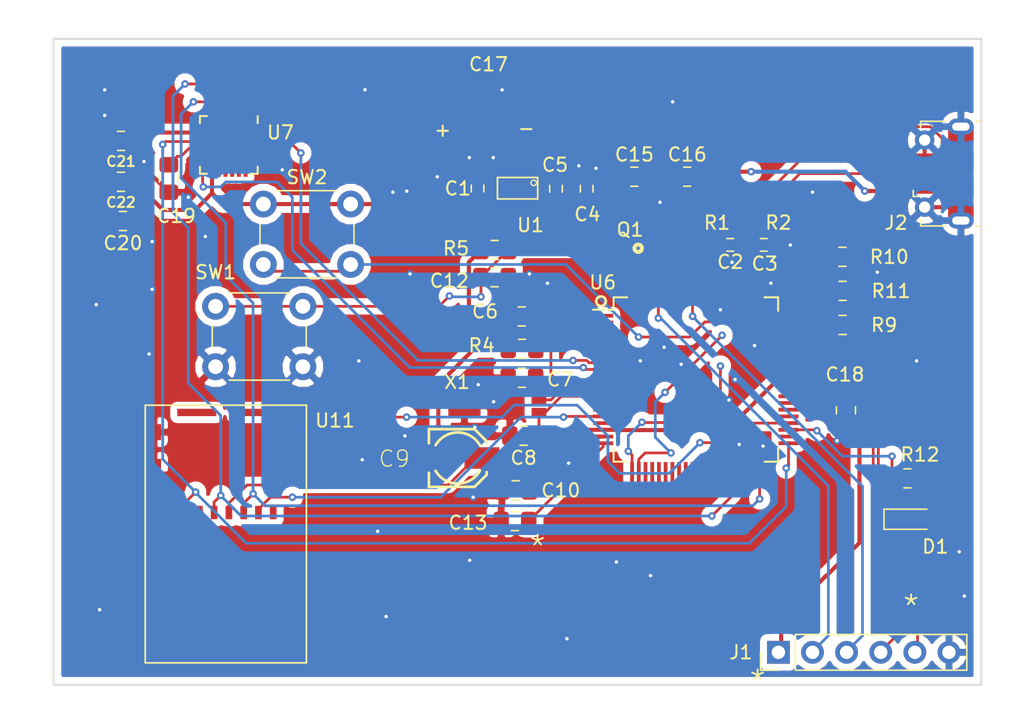
<source format=kicad_pcb>
(kicad_pcb (version 20171130) (host pcbnew "(5.0.2)-1")
  (layers (0 Top signal) (31 Bottom signal) (34 B.Paste user) (35 F.Paste user) (36 B.SilkS user) (37 F.SilkS user) (38 B.Mask user) (39 F.Mask user) (44 Edge.Cuts user))
  (net 0 "")
  (net 1 GND)
  (net 2 +5V)
  (net 3 +3V3)
  (net 4 /CS_SD)
  (net 5 /MISO)
  (net 6 "Net-(U11-Pad8)")
  (net 7 "Net-(C19-Pad1)")
  (net 8 "Net-(U1-Pad1)")
  (net 9 /SCK)
  (net 10 /MOSI)
  (net 11 /D-)
  (net 12 "Net-(U11-Pad1)")
  (net 13 "Net-(U11-PadNC2)")
  (net 14 "Net-(U11-PadNC1)")
  (net 15 "Net-(Q1-Pad3)")
  (net 16 "Net-(Q1-Pad1)")
  (net 17 "Net-(R10-Pad1)")
  (net 18 /~RST)
  (net 19 /TARGET_DP)
  (net 20 "Net-(R10-Pad2)")
  (net 21 "Net-(C6-Pad1)")
  (net 22 /D+)
  (net 23 /TARGET_DM)
  (net 24 "Net-(R12-Pad1)")
  (net 25 "Net-(D1-Pad2)")
  (net 26 /RXD)
  (net 27 /TXD)
  (net 28 /TST)
  (net 29 /STE)
  (net 30 /A3)
  (net 31 /A2)
  (net 32 /A1)
  (net 33 /A0)
  (net 34 /SDA)
  (net 35 /SCL)
  (net 36 /INT_ICM)
  (net 37 "Net-(C15-Pad2)")
  (net 38 /VUSB)
  (net 39 /CS_ICM)
  (net 40 "Net-(C13-Pad2)")
  (net 41 "Net-(C8-Pad1)")
  (net 42 "Net-(C7-Pad1)")
  (net 43 "Net-(U6-Pad42)")
  (net 44 "Net-(U6-Pad10)")
  (net 45 "Net-(U6-Pad15)")
  (net 46 /DET_SD)
  (net 47 "Net-(U6-Pad75)")
  (net 48 "Net-(U6-Pad74)")
  (net 49 "Net-(U6-Pad73)")
  (net 50 "Net-(U6-Pad72)")
  (net 51 "Net-(U6-Pad60)")
  (net 52 "Net-(U6-Pad59)")
  (net 53 "Net-(U6-Pad58)")
  (net 54 "Net-(U6-Pad57)")
  (net 55 "Net-(U6-Pad56)")
  (net 56 "Net-(U6-Pad55)")
  (net 57 "Net-(U6-Pad54)")
  (net 58 "Net-(U6-Pad53)")
  (net 59 "Net-(U6-Pad48)")
  (net 60 "Net-(U6-Pad47)")
  (net 61 "Net-(U6-Pad46)")
  (net 62 "Net-(U6-Pad45)")
  (net 63 "Net-(U6-Pad35)")
  (net 64 "Net-(U6-Pad34)")
  (net 65 "Net-(U6-Pad33)")
  (net 66 "Net-(U6-Pad32)")
  (net 67 "Net-(U6-Pad31)")
  (net 68 "Net-(U6-Pad30)")
  (net 69 "Net-(U6-Pad29)")
  (net 70 "Net-(U6-Pad28)")
  (net 71 "Net-(U6-Pad27)")
  (net 72 "Net-(U6-Pad26)")
  (net 73 "Net-(U6-Pad25)")
  (net 74 "Net-(U6-Pad24)")
  (net 75 "Net-(U6-Pad23)")
  (net 76 "Net-(U6-Pad22)")
  (net 77 "Net-(U6-Pad21)")
  (net 78 "Net-(U6-Pad17)")
  (net 79 "Net-(U6-Pad7)")
  (net 80 "Net-(U6-Pad6)")
  (net 81 "Net-(U6-Pad5)")
  (net 82 "Net-(U6-Pad4)")
  (net 83 "Net-(U6-Pad3)")
  (net 84 "Net-(U6-Pad2)")
  (net 85 "Net-(U6-Pad1)")
  (net 86 "Net-(J2-Pad4)")
  (module micro:153CLV-0405 (layer Top) (at 130.099 132.089)
    (fp_text reference C9 (at -5.969 0.762) (layer F.SilkS) (effects (font (size 1.2065 1.2065) (thickness 0.09652)) (justify left bottom)))
    (fp_text value 10u)
    (pad 2 smd rect (at -1.8 0) (size 2.6 1.6) (layers Top F.Paste F.Mask) (net 1 GND))
    (pad 1 smd rect (at 1.8 0) (size 2.6 1.6) (layers Top F.Paste F.Mask) (net 3 +3V3))
  )
  (module Housings_DFN_QFN:QFN-24-1EP_4x4mm_Pitch0.5mm (layer Top) (at 113.05 108.757 270)
    (fp_text reference U7 (at -0.925 -3.841) (layer F.SilkS))
    (fp_text value ICM-20689)
    (pad 1 smd rect (at -1.95 -1.25 270) (size 0.85 0.3) (layers Top F.Paste F.Mask))
    (pad 2 smd rect (at -1.95 -0.75 270) (size 0.85 0.3) (layers Top F.Paste F.Mask))
    (pad 3 smd rect (at -1.95 -0.25 270) (size 0.85 0.3) (layers Top F.Paste F.Mask))
    (pad 4 smd rect (at -1.95 0.25 270) (size 0.85 0.3) (layers Top F.Paste F.Mask))
    (pad 5 smd rect (at -1.95 0.75 270) (size 0.85 0.3) (layers Top F.Paste F.Mask))
    (pad 6 smd rect (at -1.95 1.25 270) (size 0.85 0.3) (layers Top F.Paste F.Mask))
    (pad 7 smd rect (at -1.25 1.95) (size 0.85 0.3) (layers Top F.Paste F.Mask))
    (pad 8 smd rect (at -0.75 1.95) (size 0.85 0.3) (layers Top F.Paste F.Mask) (net 3 +3V3))
    (pad 9 smd rect (at -0.25 1.95) (size 0.85 0.3) (layers Top F.Paste F.Mask) (net 5 /MISO))
    (pad 10 smd rect (at 0.25 1.95) (size 0.85 0.3) (layers Top F.Paste F.Mask) (net 7 "Net-(C19-Pad1)"))
    (pad 11 smd rect (at 0.75 1.95) (size 0.85 0.3) (layers Top F.Paste F.Mask) (net 1 GND))
    (pad 12 smd rect (at 1.25 1.95) (size 0.85 0.3) (layers Top F.Paste F.Mask) (net 36 /INT_ICM))
    (pad 13 smd rect (at 1.95 1.25 270) (size 0.85 0.3) (layers Top F.Paste F.Mask) (net 3 +3V3))
    (pad 14 smd rect (at 1.95 0.75 270) (size 0.85 0.3) (layers Top F.Paste F.Mask))
    (pad 15 smd rect (at 1.95 0.25 270) (size 0.85 0.3) (layers Top F.Paste F.Mask))
    (pad 16 smd rect (at 1.95 -0.25 270) (size 0.85 0.3) (layers Top F.Paste F.Mask))
    (pad 17 smd rect (at 1.95 -0.75 270) (size 0.85 0.3) (layers Top F.Paste F.Mask))
    (pad 18 smd rect (at 1.95 -1.25 270) (size 0.85 0.3) (layers Top F.Paste F.Mask) (net 1 GND))
    (pad 19 smd rect (at 1.25 -1.95) (size 0.85 0.3) (layers Top F.Paste F.Mask))
    (pad 20 smd rect (at 0.75 -1.95) (size 0.85 0.3) (layers Top F.Paste F.Mask))
    (pad 21 smd rect (at 0.25 -1.95) (size 0.85 0.3) (layers Top F.Paste F.Mask))
    (pad 22 smd rect (at -0.25 -1.95) (size 0.85 0.3) (layers Top F.Paste F.Mask) (net 39 /CS_ICM))
    (pad 23 smd rect (at -0.75 -1.95) (size 0.85 0.3) (layers Top F.Paste F.Mask) (net 9 /SCK))
    (pad 24 smd rect (at -1.25 -1.95) (size 0.85 0.3) (layers Top F.Paste F.Mask) (net 10 /MOSI))
    (pad 25 smd rect (at 0.65 0.65 270) (size 1.3 1.3) (layers Top F.Paste F.Mask) (net 1 GND))
    (pad 25 smd rect (at 0.65 -0.65 270) (size 1.3 1.3) (layers Top F.Paste F.Mask) (net 1 GND))
    (pad 25 smd rect (at -0.65 0.65 270) (size 1.3 1.3) (layers Top F.Paste F.Mask) (net 1 GND))
    (pad 25 smd rect (at -0.65 -0.65 270) (size 1.3 1.3) (layers Top F.Paste F.Mask) (net 1 GND))
  )
  (module micro:MS3V-T1R (layer Top) (at 133.369 128.201)
    (fp_text reference X1 (at -3.321 -1.778) (layer F.SilkS))
    (fp_text value MS3V-T1R)
    (pad 1 smd rect (at 2.775 0.45) (size 1.1 0.6) (layers Top F.Paste F.Mask) (net 41 "Net-(C8-Pad1)"))
    (pad 2 smd rect (at 2.775 -0.45) (size 1.1 0.6) (layers Top F.Paste F.Mask) (net 42 "Net-(C7-Pad1)"))
    (pad 3 smd rect (at -2.775 0) (size 2.4 1.5) (layers Top F.Paste F.Mask) (net 1 GND))
  )
  (module micro:MURATA-CSTCR_G (layer Top) (at 145.947 115.316 180)
    (fp_text reference Q1 (at 3.021 0.245 180) (layer F.SilkS))
    (fp_text value MURATA-FILTER_CSTCR)
    (pad 3 smd rect (at -1.5 0 180) (size 0.4 1.6) (layers Top F.Paste F.Mask) (net 15 "Net-(Q1-Pad3)"))
    (pad 3 smd rect (at -1.5 -1.05 180) (size 0.8 0.5) (layers Top F.Paste F.Mask) (net 15 "Net-(Q1-Pad3)"))
    (pad 3 smd rect (at -1.5 1.05 180) (size 0.8 0.5) (layers Top F.Paste F.Mask) (net 15 "Net-(Q1-Pad3)"))
    (pad 2 smd rect (at 0 1.05 180) (size 0.8 0.5) (layers Top F.Paste F.Mask) (net 1 GND))
    (pad 2 smd rect (at 0 0 180) (size 0.4 1.6) (layers Top F.Paste F.Mask) (net 1 GND))
    (pad 2 smd rect (at 0 -1.05 180) (size 0.8 0.5) (layers Top F.Paste F.Mask) (net 1 GND))
    (pad 1 smd rect (at 1.5 -1.05 180) (size 0.8 0.5) (layers Top F.Paste F.Mask) (net 16 "Net-(Q1-Pad1)"))
    (pad 1 smd rect (at 1.5 0 180) (size 0.4 1.6) (layers Top F.Paste F.Mask) (net 16 "Net-(Q1-Pad1)"))
    (pad 1 smd rect (at 1.5 1.05 180) (size 0.8 0.5) (layers Top F.Paste F.Mask) (net 16 "Net-(Q1-Pad1)"))
  )
  (module micro:SD-105162 (layer Top) (at 112.827 136.153)
    (fp_text reference U11 hide)
    (fp_text value SD-105162)
    (fp_text user %R (at 8.128 -6.858 180) (layer F.SilkS))
    (pad 8 smd rect (at -4.17 0) (size 0.5 1) (layers Top F.Paste F.Mask) (net 6 "Net-(U11-Pad8)"))
    (pad 7 smd rect (at -3.07 0) (size 0.5 1) (layers Top F.Paste F.Mask) (net 5 /MISO))
    (pad 6 smd rect (at -1.97 0) (size 0.5 1) (layers Top F.Paste F.Mask) (net 1 GND))
    (pad 5 smd rect (at -0.87 0) (size 0.5 1) (layers Top F.Paste F.Mask) (net 9 /SCK))
    (pad 4 smd rect (at 0.23 0) (size 0.5 1) (layers Top F.Paste F.Mask) (net 3 +3V3))
    (pad 3 smd rect (at 1.33 0) (size 0.5 1) (layers Top F.Paste F.Mask) (net 10 /MOSI))
    (pad 2 smd rect (at 2.43 0) (size 0.5 1) (layers Top F.Paste F.Mask) (net 4 /CS_SD))
    (pad 1 smd rect (at 3.53 0) (size 0.5 1) (layers Top F.Paste F.Mask) (net 12 "Net-(U11-Pad1)"))
    (pad G4 smd rect (at -5.345 -2.805) (size 1.05 2.39) (layers Top F.Paste F.Mask) (net 1 GND))
    (pad G3 smd rect (at -5.345 -5.99) (size 1.05 1.2) (layers Top F.Paste F.Mask) (net 1 GND))
    (pad 9 smd rect (at 5.29 -3.18) (size 0.72 0.78) (layers Top F.Paste F.Mask) (net 46 /DET_SD))
    (pad G1 smd rect (at 5.305 -4.45) (size 1.05 1.08) (layers Top F.Paste F.Mask) (net 1 GND))
    (pad G2 smd rect (at 5.305 -7.06) (size 1.05 1.2) (layers Top F.Paste F.Mask) (net 1 GND))
    (pad NC2 smd rect (at 2.025 -7.46) (size 2.91 0.55) (layers Top F.Paste F.Mask) (net 13 "Net-(U11-PadNC2)"))
    (pad NC1 smd rect (at -2.165 -7.46) (size 2.91 0.55) (layers Top F.Paste F.Mask) (net 14 "Net-(U11-PadNC1)"))
  )
  (module micro:SOT26 (layer Top) (at 134.554 111.984 180)
    (fp_text reference U1)
    (fp_text value AP7312 hide)
    (fp_text user %R (at 0.137 -3.341 180) (layer F.SilkS) (effects (justify left bottom)))
    (pad 6 smd rect (at -0.95 -1.3 180) (size 0.6 1.1) (layers Top F.Paste F.Mask) (net 3 +3V3))
    (pad 5 smd rect (at 0 -1.3 180) (size 0.6 1.1) (layers Top F.Paste F.Mask) (net 2 +5V))
    (pad 4 smd rect (at 0.95 -1.3 180) (size 0.6 1.1) (layers Top F.Paste F.Mask) (net 2 +5V))
    (pad 1 smd rect (at -0.95 1.3 180) (size 0.6 1.1) (layers Top F.Paste F.Mask) (net 8 "Net-(U1-Pad1)"))
    (pad 2 smd rect (at 0 1.3 180) (size 0.6 1.1) (layers Top F.Paste F.Mask) (net 1 GND))
    (pad 3 smd rect (at 0.95 1.3 180) (size 0.6 1.1) (layers Top F.Paste F.Mask) (net 1 GND))
  )
  (module Connectors_USB:USB_Micro-B_Molex-105017-0001 (layer Top) (at 167.214 110.896 90)
    (fp_text reference J2 (at -3.667 -4.476 180) (layer F.SilkS))
    (fp_text value USB_B_Micro)
    (pad 6 smd rect (at -2.9 0.35 90) (size 1.2 1.9) (layers Top F.Mask) (net 1 GND))
    (pad 6 smd rect (at 2.9 0.35 90) (size 1.2 1.9) (layers Top F.Mask) (net 1 GND))
    (pad 6 thru_hole oval (at 3.5 0.35 90) (size 1.2 1.9) (drill oval 0.6 1.3) (layers *.Cu *.Mask) (net 1 GND))
    (pad 6 thru_hole oval (at -3.5 0.35 270) (size 1.2 1.9) (drill oval 0.6 1.3) (layers *.Cu *.Mask) (net 1 GND))
    (pad 6 smd rect (at -1 0.35 90) (size 1.5 1.9) (layers Top F.Paste F.Mask) (net 1 GND))
    (pad 6 thru_hole circle (at 2.5 -2.35 90) (size 1.45 1.45) (drill 0.85) (layers *.Cu *.Mask) (net 1 GND))
    (pad 3 smd rect (at 0 -2.35 90) (size 0.4 1.35) (layers Top F.Paste F.Mask) (net 22 /D+))
    (pad 4 smd rect (at 0.65 -2.35 90) (size 0.4 1.35) (layers Top F.Paste F.Mask) (net 86 "Net-(J2-Pad4)"))
    (pad 5 smd rect (at 1.3 -2.35 90) (size 0.4 1.35) (layers Top F.Paste F.Mask) (net 1 GND))
    (pad 1 smd rect (at -1.3 -2.35 90) (size 0.4 1.35) (layers Top F.Paste F.Mask) (net 2 +5V))
    (pad 2 smd rect (at -0.65 -2.35 90) (size 0.4 1.35) (layers Top F.Paste F.Mask) (net 11 /D-))
    (pad 6 thru_hole circle (at -2.5 -2.35 90) (size 1.45 1.45) (drill 0.85) (layers *.Cu *.Mask) (net 1 GND))
    (pad 6 smd rect (at 1 0.35 90) (size 1.5 1.9) (layers Top F.Paste F.Mask) (net 1 GND))
  )
  (module Capacitors_SMD:C_0402 (layer Top) (at 137.414 112.023 90)
    (fp_text reference C5 (at 1.778 -0.076 180) (layer F.SilkS))
    (fp_text value 1u)
    (pad 1 smd rect (at -0.55 0 90) (size 0.6 0.5) (layers Top F.Paste F.Mask) (net 3 +3V3))
    (pad 2 smd rect (at 0.55 0 90) (size 0.6 0.5) (layers Top F.Paste F.Mask) (net 1 GND))
  )
  (module Pin_Headers:Pin_Header_Straight_1x06_Pitch2.54mm (layer Top) (at 153.975 146.567 90)
    (fp_text reference J1 (at 0 -2.794 180) (layer F.SilkS))
    (fp_text value Conn_01x06_Male)
    (pad 6 thru_hole oval (at 0 12.7 90) (size 1.7 1.7) (drill 1) (layers *.Cu *.Mask) (net 1 GND))
    (pad 5 thru_hole oval (at 0 10.16 90) (size 1.7 1.7) (drill 1) (layers *.Cu *.Mask) (net 26 /RXD))
    (pad 4 thru_hole oval (at 0 7.62 90) (size 1.7 1.7) (drill 1) (layers *.Cu *.Mask) (net 27 /TXD))
    (pad 3 thru_hole oval (at 0 5.08 90) (size 1.7 1.7) (drill 1) (layers *.Cu *.Mask) (net 28 /TST))
    (pad 2 thru_hole oval (at 0 2.54 90) (size 1.7 1.7) (drill 1) (layers *.Cu *.Mask) (net 18 /~RST))
    (pad 1 thru_hole rect (at 0 0 90) (size 1.7 1.7) (drill 1) (layers *.Cu *.Mask) (net 3 +3V3))
  )
  (module Housings_QFP:LQFP-80_12x12mm_Pitch0.5mm (layer Top) (at 147.828 126.238)
    (fp_text reference U6 (at -6.934 -7.23) (layer F.SilkS))
    (fp_text value F552X---PN80)
    (pad 80 smd rect (at -4.75 -6.9 90) (size 1.5 0.28) (layers Top F.Paste F.Mask) (net 30 /A3))
    (pad 79 smd rect (at -4.25 -6.9 90) (size 1.5 0.28) (layers Top F.Paste F.Mask) (net 31 /A2))
    (pad 78 smd rect (at -3.75 -6.9 90) (size 1.5 0.28) (layers Top F.Paste F.Mask) (net 32 /A1))
    (pad 77 smd rect (at -3.25 -6.9 90) (size 1.5 0.28) (layers Top F.Paste F.Mask) (net 33 /A0))
    (pad 76 smd rect (at -2.75 -6.9 90) (size 1.5 0.28) (layers Top F.Paste F.Mask) (net 18 /~RST))
    (pad 75 smd rect (at -2.25 -6.9 90) (size 1.5 0.28) (layers Top F.Paste F.Mask) (net 47 "Net-(U6-Pad75)"))
    (pad 74 smd rect (at -1.75 -6.9 90) (size 1.5 0.28) (layers Top F.Paste F.Mask) (net 48 "Net-(U6-Pad74)"))
    (pad 73 smd rect (at -1.25 -6.9 90) (size 1.5 0.28) (layers Top F.Paste F.Mask) (net 49 "Net-(U6-Pad73)"))
    (pad 72 smd rect (at -0.75 -6.9 90) (size 1.5 0.28) (layers Top F.Paste F.Mask) (net 50 "Net-(U6-Pad72)"))
    (pad 71 smd rect (at -0.25 -6.9 90) (size 1.5 0.28) (layers Top F.Paste F.Mask) (net 28 /TST))
    (pad 70 smd rect (at 0.25 -6.9 90) (size 1.5 0.28) (layers Top F.Paste F.Mask) (net 16 "Net-(Q1-Pad1)"))
    (pad 69 smd rect (at 0.75 -6.9 90) (size 1.5 0.28) (layers Top F.Paste F.Mask) (net 15 "Net-(Q1-Pad3)"))
    (pad 68 smd rect (at 1.25 -6.9 90) (size 1.5 0.28) (layers Top F.Paste F.Mask) (net 1 GND))
    (pad 67 smd rect (at 1.75 -6.9 90) (size 1.5 0.28) (layers Top F.Paste F.Mask) (net 37 "Net-(C15-Pad2)"))
    (pad 66 smd rect (at 2.25 -6.9 90) (size 1.5 0.28) (layers Top F.Paste F.Mask) (net 38 /VUSB))
    (pad 65 smd rect (at 2.75 -6.9 90) (size 1.5 0.28) (layers Top F.Paste F.Mask) (net 2 +5V))
    (pad 64 smd rect (at 3.25 -6.9 90) (size 1.5 0.28) (layers Top F.Paste F.Mask) (net 23 /TARGET_DM))
    (pad 63 smd rect (at 3.75 -6.9 90) (size 1.5 0.28) (layers Top F.Paste F.Mask) (net 20 "Net-(R10-Pad2)"))
    (pad 62 smd rect (at 4.25 -6.9 90) (size 1.5 0.28) (layers Top F.Paste F.Mask) (net 19 /TARGET_DP))
    (pad 61 smd rect (at 4.75 -6.9 90) (size 1.5 0.28) (layers Top F.Paste F.Mask) (net 1 GND))
    (pad 60 smd rect (at 6.9 -4.75) (size 1.5 0.28) (layers Top F.Paste F.Mask) (net 51 "Net-(U6-Pad60)"))
    (pad 59 smd rect (at 6.9 -4.25) (size 1.5 0.28) (layers Top F.Paste F.Mask) (net 52 "Net-(U6-Pad59)"))
    (pad 58 smd rect (at 6.9 -3.75) (size 1.5 0.28) (layers Top F.Paste F.Mask) (net 53 "Net-(U6-Pad58)"))
    (pad 57 smd rect (at 6.9 -3.25) (size 1.5 0.28) (layers Top F.Paste F.Mask) (net 54 "Net-(U6-Pad57)"))
    (pad 56 smd rect (at 6.9 -2.75) (size 1.5 0.28) (layers Top F.Paste F.Mask) (net 55 "Net-(U6-Pad56)"))
    (pad 55 smd rect (at 6.9 -2.25) (size 1.5 0.28) (layers Top F.Paste F.Mask) (net 56 "Net-(U6-Pad55)"))
    (pad 54 smd rect (at 6.9 -1.75) (size 1.5 0.28) (layers Top F.Paste F.Mask) (net 57 "Net-(U6-Pad54)"))
    (pad 53 smd rect (at 6.9 -1.25) (size 1.5 0.28) (layers Top F.Paste F.Mask) (net 58 "Net-(U6-Pad53)"))
    (pad 52 smd rect (at 6.9 -0.75) (size 1.5 0.28) (layers Top F.Paste F.Mask) (net 26 /RXD))
    (pad 51 smd rect (at 6.9 -0.25) (size 1.5 0.28) (layers Top F.Paste F.Mask) (net 27 /TXD))
    (pad 50 smd rect (at 6.9 0.25) (size 1.5 0.28) (layers Top F.Paste F.Mask) (net 3 +3V3))
    (pad 49 smd rect (at 6.9 0.75) (size 1.5 0.28) (layers Top F.Paste F.Mask) (net 1 GND))
    (pad 48 smd rect (at 6.9 1.25) (size 1.5 0.28) (layers Top F.Paste F.Mask) (net 59 "Net-(U6-Pad48)"))
    (pad 47 smd rect (at 6.9 1.75) (size 1.5 0.28) (layers Top F.Paste F.Mask) (net 60 "Net-(U6-Pad47)"))
    (pad 46 smd rect (at 6.9 2.25) (size 1.5 0.28) (layers Top F.Paste F.Mask) (net 61 "Net-(U6-Pad46)"))
    (pad 45 smd rect (at 6.9 2.75) (size 1.5 0.28) (layers Top F.Paste F.Mask) (net 62 "Net-(U6-Pad45)"))
    (pad 44 smd rect (at 6.9 3.25) (size 1.5 0.28) (layers Top F.Paste F.Mask) (net 46 /DET_SD))
    (pad 43 smd rect (at 6.9 3.75) (size 1.5 0.28) (layers Top F.Paste F.Mask) (net 24 "Net-(R12-Pad1)"))
    (pad 42 smd rect (at 6.9 4.25) (size 1.5 0.28) (layers Top F.Paste F.Mask) (net 43 "Net-(U6-Pad42)"))
    (pad 41 smd rect (at 6.9 4.75) (size 1.5 0.28) (layers Top F.Paste F.Mask) (net 5 /MISO))
    (pad 40 smd rect (at 4.75 6.9 90) (size 1.5 0.28) (layers Top F.Paste F.Mask) (net 10 /MOSI))
    (pad 39 smd rect (at 4.25 6.9 90) (size 1.5 0.28) (layers Top F.Paste F.Mask) (net 29 /STE))
    (pad 38 smd rect (at 3.75 6.9 90) (size 1.5 0.28) (layers Top F.Paste F.Mask) (net 35 /SCL))
    (pad 37 smd rect (at 3.25 6.9 90) (size 1.5 0.28) (layers Top F.Paste F.Mask) (net 34 /SDA))
    (pad 36 smd rect (at 2.75 6.9 90) (size 1.5 0.28) (layers Top F.Paste F.Mask) (net 9 /SCK))
    (pad 35 smd rect (at 2.25 6.9 90) (size 1.5 0.28) (layers Top F.Paste F.Mask) (net 63 "Net-(U6-Pad35)"))
    (pad 34 smd rect (at 1.75 6.9 90) (size 1.5 0.28) (layers Top F.Paste F.Mask) (net 64 "Net-(U6-Pad34)"))
    (pad 33 smd rect (at 1.25 6.9 90) (size 1.5 0.28) (layers Top F.Paste F.Mask) (net 65 "Net-(U6-Pad33)"))
    (pad 32 smd rect (at 0.75 6.9 90) (size 1.5 0.28) (layers Top F.Paste F.Mask) (net 66 "Net-(U6-Pad32)"))
    (pad 31 smd rect (at 0.25 6.9 90) (size 1.5 0.28) (layers Top F.Paste F.Mask) (net 67 "Net-(U6-Pad31)"))
    (pad 30 smd rect (at -0.25 6.9 90) (size 1.5 0.28) (layers Top F.Paste F.Mask) (net 68 "Net-(U6-Pad30)"))
    (pad 29 smd rect (at -0.75 6.9 90) (size 1.5 0.28) (layers Top F.Paste F.Mask) (net 69 "Net-(U6-Pad29)"))
    (pad 28 smd rect (at -1.25 6.9 90) (size 1.5 0.28) (layers Top F.Paste F.Mask) (net 70 "Net-(U6-Pad28)"))
    (pad 27 smd rect (at -1.75 6.9 90) (size 1.5 0.28) (layers Top F.Paste F.Mask) (net 71 "Net-(U6-Pad27)"))
    (pad 26 smd rect (at -2.25 6.9 90) (size 1.5 0.28) (layers Top F.Paste F.Mask) (net 72 "Net-(U6-Pad26)"))
    (pad 25 smd rect (at -2.75 6.9 90) (size 1.5 0.28) (layers Top F.Paste F.Mask) (net 73 "Net-(U6-Pad25)"))
    (pad 24 smd rect (at -3.25 6.9 90) (size 1.5 0.28) (layers Top F.Paste F.Mask) (net 74 "Net-(U6-Pad24)"))
    (pad 23 smd rect (at -3.75 6.9 90) (size 1.5 0.28) (layers Top F.Paste F.Mask) (net 75 "Net-(U6-Pad23)"))
    (pad 22 smd rect (at -4.25 6.9 90) (size 1.5 0.28) (layers Top F.Paste F.Mask) (net 76 "Net-(U6-Pad22)"))
    (pad 21 smd rect (at -4.75 6.9 90) (size 1.5 0.28) (layers Top F.Paste F.Mask) (net 77 "Net-(U6-Pad21)"))
    (pad 20 smd rect (at -6.9 4.75) (size 1.5 0.28) (layers Top F.Paste F.Mask) (net 40 "Net-(C13-Pad2)"))
    (pad 19 smd rect (at -6.9 4.25) (size 1.5 0.28) (layers Top F.Paste F.Mask) (net 1 GND))
    (pad 18 smd rect (at -6.9 3.75) (size 1.5 0.28) (layers Top F.Paste F.Mask) (net 3 +3V3))
    (pad 17 smd rect (at -6.9 3.25) (size 1.5 0.28) (layers Top F.Paste F.Mask) (net 78 "Net-(U6-Pad17)"))
    (pad 16 smd rect (at -6.9 2.75) (size 1.5 0.28) (layers Top F.Paste F.Mask) (net 4 /CS_SD))
    (pad 15 smd rect (at -6.9 2.25) (size 1.5 0.28) (layers Top F.Paste F.Mask) (net 45 "Net-(U6-Pad15)"))
    (pad 14 smd rect (at -6.9 1.75) (size 1.5 0.28) (layers Top F.Paste F.Mask) (net 1 GND))
    (pad 13 smd rect (at -6.9 1.25) (size 1.5 0.28) (layers Top F.Paste F.Mask) (net 41 "Net-(C8-Pad1)"))
    (pad 12 smd rect (at -6.9 0.75) (size 1.5 0.28) (layers Top F.Paste F.Mask) (net 42 "Net-(C7-Pad1)"))
    (pad 11 smd rect (at -6.9 0.25) (size 1.5 0.28) (layers Top F.Paste F.Mask) (net 21 "Net-(C6-Pad1)"))
    (pad 10 smd rect (at -6.9 -0.25) (size 1.5 0.28) (layers Top F.Paste F.Mask) (net 44 "Net-(U6-Pad10)"))
    (pad 9 smd rect (at -6.9 -0.75) (size 1.5 0.28) (layers Top F.Paste F.Mask) (net 36 /INT_ICM))
    (pad 8 smd rect (at -6.9 -1.25) (size 1.5 0.28) (layers Top F.Paste F.Mask) (net 39 /CS_ICM))
    (pad 7 smd rect (at -6.9 -1.75) (size 1.5 0.28) (layers Top F.Paste F.Mask) (net 79 "Net-(U6-Pad7)"))
    (pad 6 smd rect (at -6.9 -2.25) (size 1.5 0.28) (layers Top F.Paste F.Mask) (net 80 "Net-(U6-Pad6)"))
    (pad 5 smd rect (at -6.9 -2.75) (size 1.5 0.28) (layers Top F.Paste F.Mask) (net 81 "Net-(U6-Pad5)"))
    (pad 4 smd rect (at -6.9 -3.25) (size 1.5 0.28) (layers Top F.Paste F.Mask) (net 82 "Net-(U6-Pad4)"))
    (pad 3 smd rect (at -6.9 -3.75) (size 1.5 0.28) (layers Top F.Paste F.Mask) (net 83 "Net-(U6-Pad3)"))
    (pad 2 smd rect (at -6.9 -4.25) (size 1.5 0.28) (layers Top F.Paste F.Mask) (net 84 "Net-(U6-Pad2)"))
    (pad 1 smd rect (at -6.9 -4.75) (size 1.5 0.28) (layers Top F.Paste F.Mask) (net 85 "Net-(U6-Pad1)"))
  )
  (module Capacitors_SMD:C_0402 (layer Top) (at 150.391 116.205 180)
    (fp_text reference C2 (at 0 -1.27 180) (layer F.SilkS))
    (fp_text value 10p)
    (pad 2 smd rect (at 0.55 0 180) (size 0.6 0.5) (layers Top F.Paste F.Mask) (net 1 GND))
    (pad 1 smd rect (at -0.55 0 180) (size 0.6 0.5) (layers Top F.Paste F.Mask) (net 23 /TARGET_DM))
  )
  (module Capacitors_SMD:C_0402 (layer Top) (at 152.885 116.205)
    (fp_text reference C3 (at 0.074 1.406) (layer F.SilkS))
    (fp_text value 10p)
    (pad 1 smd rect (at -0.55 0) (size 0.6 0.5) (layers Top F.Paste F.Mask) (net 19 /TARGET_DP))
    (pad 2 smd rect (at 0.55 0) (size 0.6 0.5) (layers Top F.Paste F.Mask) (net 1 GND))
  )
  (module Capacitors_SMD:C_0402 (layer Top) (at 139.7 112.023 90)
    (fp_text reference C4 (at -1.905 0.051 180) (layer F.SilkS))
    (fp_text value 100n)
    (pad 2 smd rect (at 0.55 0 90) (size 0.6 0.5) (layers Top F.Paste F.Mask) (net 1 GND))
    (pad 1 smd rect (at -0.55 0 90) (size 0.6 0.5) (layers Top F.Paste F.Mask) (net 3 +3V3))
  )
  (module Capacitors_SMD:C_0402 (layer Top) (at 131.572 112.005 90)
    (fp_text reference C1 (at 0 -1.473 180) (layer F.SilkS))
    (fp_text value 1u)
    (pad 2 smd rect (at 0.55 0 90) (size 0.6 0.5) (layers Top F.Paste F.Mask) (net 1 GND))
    (pad 1 smd rect (at -0.55 0 90) (size 0.6 0.5) (layers Top F.Paste F.Mask) (net 2 +5V))
  )
  (module Buttons_Switches_THT:SW_PUSH_6mm (layer Top) (at 115.621 113.166)
    (fp_text reference SW2 (at 3.25 -2) (layer F.SilkS))
    (fp_text value SW_Push)
    (pad 1 thru_hole circle (at 6.5 0 90) (size 2 2) (drill 1.1) (layers *.Cu *.Mask) (net 3 +3V3))
    (pad 2 thru_hole circle (at 6.5 4.5 90) (size 2 2) (drill 1.1) (layers *.Cu *.Mask) (net 17 "Net-(R10-Pad1)"))
    (pad 1 thru_hole circle (at 0 0 90) (size 2 2) (drill 1.1) (layers *.Cu *.Mask) (net 3 +3V3))
    (pad 2 thru_hole circle (at 0 4.5 90) (size 2 2) (drill 1.1) (layers *.Cu *.Mask) (net 17 "Net-(R10-Pad1)"))
  )
  (module Buttons_Switches_THT:SW_PUSH_6mm (layer Top) (at 112.065 120.786)
    (fp_text reference SW1 (at 0 -2.54) (layer F.SilkS))
    (fp_text value SW_Push)
    (pad 2 thru_hole circle (at 0 4.5 90) (size 2 2) (drill 1.1) (layers *.Cu *.Mask) (net 1 GND))
    (pad 1 thru_hole circle (at 0 0 90) (size 2 2) (drill 1.1) (layers *.Cu *.Mask) (net 18 /~RST))
    (pad 2 thru_hole circle (at 6.5 4.5 90) (size 2 2) (drill 1.1) (layers *.Cu *.Mask) (net 1 GND))
    (pad 1 thru_hole circle (at 6.5 0 90) (size 2 2) (drill 1.1) (layers *.Cu *.Mask) (net 18 /~RST))
  )
  (module Capacitor_SMD:C_0805_2012Metric_Pad1.15x1.40mm_HandSolder (layer Top) (at 159.004 128.533 270)
    (fp_text reference C18 (at -2.667 0.076) (layer F.SilkS))
    (fp_text value 100n)
    (pad 2 smd roundrect (at 1.025 0 270) (size 1.15 1.4) (layers Top F.Paste F.Mask) (roundrect_rratio 0.217391) (net 1 GND))
    (pad 1 smd roundrect (at -1.025 0 270) (size 1.15 1.4) (layers Top F.Paste F.Mask) (roundrect_rratio 0.217391) (net 3 +3V3))
  )
  (module v02:C_SMD_WURTH_865080540002 (layer Top) (at 132.153 106.181)
    (fp_text reference C17 (at 0.232 -3.429) (layer F.SilkS))
    (fp_text value 4u7)
    (pad 2 smd rect (at 1.8 0) (size 2.6 1.6) (layers Top F.Paste F.Mask) (net 1 GND))
    (pad 1 smd rect (at -1.8 0) (size 2.6 1.6) (layers Top F.Paste F.Mask) (net 2 +5V))
  )
  (module Resistor_SMD:R_0805_2012Metric_Pad1.15x1.40mm_HandSolder (layer Top) (at 134.883 123.952)
    (fp_text reference R4 (at -3.006 -0.245) (layer F.SilkS))
    (fp_text value 0R)
    (pad 2 smd roundrect (at 1.025 0) (size 1.15 1.4) (layers Top F.Paste F.Mask) (roundrect_rratio 0.217391) (net 21 "Net-(C6-Pad1)"))
    (pad 1 smd roundrect (at -1.025 0) (size 1.15 1.4) (layers Top F.Paste F.Mask) (roundrect_rratio 0.217391) (net 3 +3V3))
  )
  (module LEDs:LED_0805_HandSoldering (layer Top) (at 164.037 136.652)
    (fp_text reference D1 (at 1.622 2.041) (layer F.SilkS))
    (fp_text value LED)
    (pad 2 smd rect (at 1.35 0) (size 1.5 1.3) (layers Top F.Paste F.Mask) (net 25 "Net-(D1-Pad2)"))
    (pad 1 smd rect (at -1.35 0) (size 1.5 1.3) (layers Top F.Paste F.Mask) (net 1 GND))
  )
  (module Resistor_SMD:R_0402_1005Metric (layer Top) (at 150.876 114.577 90)
    (fp_text reference R1 (at 0.014 -1.473 180) (layer F.SilkS))
    (fp_text value 27R)
    (pad 2 smd roundrect (at 0.485 0 90) (size 0.59 0.64) (layers Top F.Paste F.Mask) (net 11 /D-))
    (pad 1 smd roundrect (at -0.485 0 90) (size 0.59 0.64) (layers Top F.Paste F.Mask) (net 23 /TARGET_DM))
  )
  (module Resistor_SMD:R_0402_1005Metric (layer Top) (at 152.4 114.554 270)
    (fp_text reference R2 (at 0 -1.575) (layer F.SilkS))
    (fp_text value 27R)
    (pad 1 smd roundrect (at -0.485 0 270) (size 0.59 0.64) (layers Top F.Paste F.Mask) (net 22 /D+))
    (pad 2 smd roundrect (at 0.485 0 270) (size 0.59 0.64) (layers Top F.Paste F.Mask) (net 19 /TARGET_DP))
  )
  (module Capacitor_SMD:C_0805_2012Metric_Pad1.15x1.40mm_HandSolder (layer Top) (at 134.865 121.539 180)
    (fp_text reference C6 (at 2.734 0.372 180) (layer F.SilkS))
    (fp_text value 100n)
    (pad 1 smd roundrect (at -1.025 0 180) (size 1.15 1.4) (layers Top F.Paste F.Mask) (roundrect_rratio 0.217391) (net 21 "Net-(C6-Pad1)"))
    (pad 2 smd roundrect (at 1.025 0 180) (size 1.15 1.4) (layers Top F.Paste F.Mask) (roundrect_rratio 0.217391) (net 1 GND))
  )
  (module Capacitor_SMD:C_0805_2012Metric_Pad1.15x1.40mm_HandSolder (layer Top) (at 134.874 126.111 180)
    (fp_text reference C7 (at -2.845 -0.136 180) (layer F.SilkS))
    (fp_text value 12p)
    (pad 2 smd roundrect (at 1.025 0 180) (size 1.15 1.4) (layers Top F.Paste F.Mask) (roundrect_rratio 0.217391) (net 1 GND))
    (pad 1 smd roundrect (at -1.025 0 180) (size 1.15 1.4) (layers Top F.Paste F.Mask) (roundrect_rratio 0.217391) (net 42 "Net-(C7-Pad1)"))
  )
  (module Capacitor_SMD:C_0805_2012Metric_Pad1.15x1.40mm_HandSolder (layer Top) (at 135.001 130.429 180)
    (fp_text reference C8 (at 0 -1.65 180) (layer F.SilkS))
    (fp_text value 12p)
    (pad 1 smd roundrect (at -1.025 0 180) (size 1.15 1.4) (layers Top F.Paste F.Mask) (roundrect_rratio 0.217391) (net 41 "Net-(C8-Pad1)"))
    (pad 2 smd roundrect (at 1.025 0 180) (size 1.15 1.4) (layers Top F.Paste F.Mask) (roundrect_rratio 0.217391) (net 1 GND))
  )
  (module Capacitor_SMD:C_0805_2012Metric_Pad1.15x1.40mm_HandSolder (layer Top) (at 132.833 118.618)
    (fp_text reference C12 (at -3.369 0.263) (layer F.SilkS))
    (fp_text value 1n)
    (pad 2 smd roundrect (at 1.025 0) (size 1.15 1.4) (layers Top F.Paste F.Mask) (roundrect_rratio 0.217391) (net 1 GND))
    (pad 1 smd roundrect (at -1.025 0) (size 1.15 1.4) (layers Top F.Paste F.Mask) (roundrect_rratio 0.217391) (net 18 /~RST))
  )
  (module Capacitor_SMD:C_0805_2012Metric_Pad1.15x1.40mm_HandSolder (layer Top) (at 134.357 136.788)
    (fp_text reference C13 (at -3.496 0.127) (layer F.SilkS))
    (fp_text value 470n)
    (pad 1 smd roundrect (at -1.025 0) (size 1.15 1.4) (layers Top F.Paste F.Mask) (roundrect_rratio 0.217391) (net 1 GND))
    (pad 2 smd roundrect (at 1.025 0) (size 1.15 1.4) (layers Top F.Paste F.Mask) (roundrect_rratio 0.217391) (net 40 "Net-(C13-Pad2)"))
  )
  (module Capacitor_SMD:C_0805_2012Metric_Pad1.15x1.40mm_HandSolder (layer Top) (at 143.247 111.125)
    (fp_text reference C15 (at 0 -1.65) (layer F.SilkS))
    (fp_text value 220n)
    (pad 1 smd roundrect (at -1.025 0) (size 1.15 1.4) (layers Top F.Paste F.Mask) (roundrect_rratio 0.217391) (net 1 GND))
    (pad 2 smd roundrect (at 1.025 0) (size 1.15 1.4) (layers Top F.Paste F.Mask) (roundrect_rratio 0.217391) (net 37 "Net-(C15-Pad2)"))
  )
  (module Capacitor_SMD:C_0805_2012Metric_Pad1.15x1.40mm_HandSolder (layer Top) (at 147.184 111.125)
    (fp_text reference C16 (at 0 -1.65) (layer F.SilkS))
    (fp_text value 220n)
    (pad 2 smd roundrect (at 1.025 0) (size 1.15 1.4) (layers Top F.Paste F.Mask) (roundrect_rratio 0.217391) (net 38 /VUSB))
    (pad 1 smd roundrect (at -1.025 0) (size 1.15 1.4) (layers Top F.Paste F.Mask) (roundrect_rratio 0.217391) (net 1 GND))
  )
  (module Capacitor_SMD:C_0805_2012Metric_Pad1.15x1.40mm_HandSolder (layer Top) (at 108.585 111.261 270)
    (fp_text reference C19 (at 2.794 -0.559) (layer F.SilkS))
    (fp_text value 470n)
    (pad 1 smd roundrect (at -1.025 0 270) (size 1.15 1.4) (layers Top F.Paste F.Mask) (roundrect_rratio 0.217391) (net 7 "Net-(C19-Pad1)"))
    (pad 2 smd roundrect (at 1.025 0 270) (size 1.15 1.4) (layers Top F.Paste F.Mask) (roundrect_rratio 0.217391) (net 1 GND))
  )
  (module Capacitor_SMD:C_0805_2012Metric_Pad1.15x1.40mm_HandSolder (layer Top) (at 134.408 134.493 180)
    (fp_text reference C10 (at -3.362 -0.009 180) (layer F.SilkS))
    (fp_text value 100n)
    (pad 1 smd roundrect (at -1.025 0 180) (size 1.15 1.4) (layers Top F.Paste F.Mask) (roundrect_rratio 0.217391) (net 3 +3V3))
    (pad 2 smd roundrect (at 1.025 0 180) (size 1.15 1.4) (layers Top F.Paste F.Mask) (roundrect_rratio 0.217391) (net 1 GND))
  )
  (module Capacitor_SMD:C_0805_2012Metric_Pad1.15x1.40mm_HandSolder (layer Top) (at 105.02 111.506 180)
    (fp_text reference C22 (at 0 -1.533 180) (layer F.SilkS) (effects (font (size 0.75 0.75))))
    (fp_text value 10n)
    (pad 2 smd roundrect (at 1.025 0 180) (size 1.15 1.4) (layers Top F.Paste F.Mask) (roundrect_rratio 0.217391) (net 1 GND))
    (pad 1 smd roundrect (at -1.025 0 180) (size 1.15 1.4) (layers Top F.Paste F.Mask) (roundrect_rratio 0.217391) (net 3 +3V3))
  )
  (module Capacitor_SMD:C_0805_2012Metric_Pad1.15x1.40mm_HandSolder (layer Top) (at 105.165 114.427 180)
    (fp_text reference C20 (at 0 -1.65 180) (layer F.SilkS))
    (fp_text value 2u2)
    (pad 1 smd roundrect (at -1.025 0 180) (size 1.15 1.4) (layers Top F.Paste F.Mask) (roundrect_rratio 0.217391) (net 3 +3V3))
    (pad 2 smd roundrect (at 1.025 0 180) (size 1.15 1.4) (layers Top F.Paste F.Mask) (roundrect_rratio 0.217391) (net 1 GND))
  )
  (module Capacitor_SMD:C_0805_2012Metric_Pad1.15x1.40mm_HandSolder (layer Top) (at 105.02 108.458 180)
    (fp_text reference C21 (at 0 -1.533 180) (layer F.SilkS) (effects (font (size 0.75 0.75))))
    (fp_text value 100n)
    (pad 1 smd roundrect (at -1.025 0 180) (size 1.15 1.4) (layers Top F.Paste F.Mask) (roundrect_rratio 0.217391) (net 3 +3V3))
    (pad 2 smd roundrect (at 1.025 0 180) (size 1.15 1.4) (layers Top F.Paste F.Mask) (roundrect_rratio 0.217391) (net 1 GND))
  )
  (module Resistor_SMD:R_0805_2012Metric_Pad1.15x1.40mm_HandSolder (layer Top) (at 158.741 117.094)
    (fp_text reference R10 (at 3.489 0.009) (layer F.SilkS))
    (fp_text value 100R)
    (pad 1 smd roundrect (at -1.025 0) (size 1.15 1.4) (layers Top F.Paste F.Mask) (roundrect_rratio 0.217391) (net 17 "Net-(R10-Pad1)"))
    (pad 2 smd roundrect (at 1.025 0) (size 1.15 1.4) (layers Top F.Paste F.Mask) (roundrect_rratio 0.217391) (net 20 "Net-(R10-Pad2)"))
  )
  (module Resistor_SMD:R_0805_2012Metric_Pad1.15x1.40mm_HandSolder (layer Top) (at 132.851 116.586)
    (fp_text reference R5 (at -2.879 -0.118) (layer F.SilkS))
    (fp_text value 47k)
    (pad 1 smd roundrect (at -1.025 0) (size 1.15 1.4) (layers Top F.Paste F.Mask) (roundrect_rratio 0.217391) (net 3 +3V3))
    (pad 2 smd roundrect (at 1.025 0) (size 1.15 1.4) (layers Top F.Paste F.Mask) (roundrect_rratio 0.217391) (net 18 /~RST))
  )
  (module Resistor_SMD:R_0805_2012Metric_Pad1.15x1.40mm_HandSolder (layer Top) (at 158.759 122.174)
    (fp_text reference R9 (at 3.09 0.009) (layer F.SilkS))
    (fp_text value 1k4)
    (pad 2 smd roundrect (at 1.025 0) (size 1.15 1.4) (layers Top F.Paste F.Mask) (roundrect_rratio 0.217391) (net 19 /TARGET_DP))
    (pad 1 smd roundrect (at -1.025 0) (size 1.15 1.4) (layers Top F.Paste F.Mask) (roundrect_rratio 0.217391) (net 20 "Net-(R10-Pad2)"))
  )
  (module Resistor_SMD:R_0805_2012Metric_Pad1.15x1.40mm_HandSolder (layer Top) (at 158.759 119.634)
    (fp_text reference R11 (at 3.598 0.009) (layer F.SilkS))
    (fp_text value 1M)
    (pad 1 smd roundrect (at -1.025 0) (size 1.15 1.4) (layers Top F.Paste F.Mask) (roundrect_rratio 0.217391) (net 20 "Net-(R10-Pad2)"))
    (pad 2 smd roundrect (at 1.025 0) (size 1.15 1.4) (layers Top F.Paste F.Mask) (roundrect_rratio 0.217391) (net 1 GND))
  )
  (module Resistor_SMD:R_0805_2012Metric_Pad1.15x1.40mm_HandSolder (layer Top) (at 163.585 133.604)
    (fp_text reference R12 (at 0.931 -1.769) (layer F.SilkS))
    (fp_text value 300R)
    (pad 2 smd roundrect (at 1.025 0) (size 1.15 1.4) (layers Top F.Paste F.Mask) (roundrect_rratio 0.217391) (net 25 "Net-(D1-Pad2)"))
    (pad 1 smd roundrect (at -1.025 0) (size 1.15 1.4) (layers Top F.Paste F.Mask) (roundrect_rratio 0.217391) (net 24 "Net-(R12-Pad1)"))
  )
  (gr_circle (center 140.767 120.405) (end 141.021 120.659) (layer F.SilkS) (width 0.2))
  (gr_text * (at 151.689 149.742) (layer F.SilkS) (effects (font (size 1.6891 1.6891) (thickness 0.14224)) (justify left bottom)))
  (gr_text * (at 163.119 144.154) (layer F.SilkS) (effects (font (size 1.6891 1.6891) (thickness 0.14224)) (justify left bottom)))
  (gr_text * (at 135.306 139.709) (layer F.SilkS) (effects (font (size 1.6891 1.6891) (thickness 0.14224)) (justify left bottom)))
  (gr_line (start 99.999876 148.98) (end 169.088 148.98) (layer Edge.Cuts) (width 0.15))
  (gr_line (start 169.088 148.98) (end 169.088 100.847) (layer Edge.Cuts) (width 0.15))
  (gr_line (start 169.088 100.847) (end 100 100.847) (layer Edge.Cuts) (width 0.15))
  (gr_line (start 100 148.98) (end 100 100.847) (layer Edge.Cuts) (width 0.15))
  (via (at 150.292 127.771) (size 0.5588) (drill 0.254) (layers Top Bottom) (net 1))
  (segment (start 145.947 114.266) (end 145.947 115.316) (width 0.3048) (layer Top) (net 1))
  (segment (start 145.947 115.316) (end 145.947 116.366) (width 0.3048) (layer Top) (net 1))
  (segment (start 146.159 111.125) (end 146.159 110.57361) (width 0.3048) (layer Top) (net 1))
  (segment (start 142.222 111.125) (end 142.222 110.726) (width 0.3048) (layer Top) (net 1))
  (via (at 145.161 113.03) (size 0.5588) (drill 0.254) (layers Top Bottom) (net 1))
  (segment (start 145.947 113.816) (end 145.161 113.03) (width 0.3048) (layer Top) (net 1))
  (segment (start 145.947 115.316) (end 145.947 113.816) (width 0.3048) (layer Top) (net 1))
  (segment (start 114.3 110.007) (end 114.3 110.707) (width 0.2032) (layer Top) (net 1))
  (segment (start 113.05 108.757) (end 114.3 110.007) (width 0.2032) (layer Top) (net 1))
  (segment (start 112.3 109.507) (end 111.1 109.507) (width 0.2032) (layer Top) (net 1))
  (segment (start 113.05 108.757) (end 112.3 109.507) (width 0.2032) (layer Top) (net 1))
  (segment (start 153.1405 119.338) (end 153.416 119.0625) (width 0.3048) (layer Top) (net 1))
  (segment (start 152.578 119.338) (end 153.1405 119.338) (width 0.3048) (layer Top) (net 1))
  (via (at 153.416 119.0625) (size 0.5588) (drill 0.254) (layers Top Bottom) (net 1))
  (via (at 103.175 120.659) (size 0.5588) (drill 0.254) (layers Top Bottom) (net 1))
  (via (at 103.81 106.562) (size 0.5588) (drill 0.254) (layers Top Bottom) (net 1))
  (via (at 103.81 104.657) (size 0.5588) (drill 0.254) (layers Top Bottom) (net 1))
  (via (at 117.0305 110.617) (size 0.5588) (drill 0.254) (layers Top Bottom) (net 1))
  (segment (start 116.9405 110.707) (end 117.0305 110.617) (width 0.3048) (layer Top) (net 1))
  (segment (start 114.3 110.707) (end 116.9405 110.707) (width 0.3048) (layer Top) (net 1))
  (via (at 136.779 119.0625) (size 0.5588) (drill 0.254) (layers Top Bottom) (net 1))
  (via (at 123.19 104.648) (size 0.5588) (drill 0.254) (layers Top Bottom) (net 1))
  (via (at 150.749 126.238) (size 0.5588) (drill 0.254) (layers Top Bottom) (net 1))
  (segment (start 133.342 106.426) (end 132.842 106.426) (width 0.3048) (layer Top) (net 1))
  (via (at 133.401 104.657) (size 0.5588) (drill 0.254) (layers Top Bottom) (net 1))
  (segment (start 133.953 105.209) (end 133.401 104.657) (width 0.3048) (layer Top) (net 1))
  (segment (start 133.953 106.181) (end 133.953 105.209) (width 0.3048) (layer Top) (net 1))
  (segment (start 145.20825 110.501628) (end 145.535628 110.501628) (width 0.3048) (layer Top) (net 1))
  (segment (start 145.535628 110.501628) (end 146.159 111.125) (width 0.3048) (layer Top) (net 1))
  (segment (start 143.717188 110.120189) (end 144.826811 110.120189) (width 0.3048) (layer Top) (net 1))
  (segment (start 143.706667 110.13071) (end 143.717188 110.120189) (width 0.3048) (layer Top) (net 1))
  (segment (start 143.21629 110.13071) (end 143.706667 110.13071) (width 0.3048) (layer Top) (net 1))
  (segment (start 144.826811 110.120189) (end 145.20825 110.501628) (width 0.3048) (layer Top) (net 1))
  (segment (start 142.222 111.125) (end 143.21629 110.13071) (width 0.3048) (layer Top) (net 1))
  (segment (start 149.906 116.205) (end 149.906 116.886) (width 0.3048) (layer Top) (net 1))
  (segment (start 150.241779 117.221779) (end 150.521178 117.501178) (width 0.3048) (layer Top) (net 1))
  (segment (start 149.906 116.886) (end 150.241779 117.221779) (width 0.3048) (layer Top) (net 1))
  (via (at 150.521178 117.501178) (size 0.5588) (drill 0.254) (layers Top Bottom) (net 1))
  (segment (start 159.004 130.135241) (end 158.928 130.211241) (width 0.3048) (layer Top) (net 1))
  (segment (start 159.004 129.558) (end 159.004 130.135241) (width 0.3048) (layer Top) (net 1))
  (segment (start 158.928 130.211241) (end 158.341464 130.797777) (width 0.3048) (layer Top) (net 1))
  (segment (start 155.460701 126.987299) (end 156.617417 126.987299) (width 0.3048) (layer Top) (net 1))
  (segment (start 156.617417 126.987299) (end 159.004 129.373882) (width 0.3048) (layer Top) (net 1))
  (segment (start 155.46 126.988) (end 155.460701 126.987299) (width 0.3048) (layer Top) (net 1))
  (segment (start 159.004 129.373882) (end 159.004 129.558) (width 0.3048) (layer Top) (net 1))
  (segment (start 154.728 126.988) (end 155.46 126.988) (width 0.3048) (layer Top) (net 1))
  (via (at 151.054 131.073) (size 0.5588) (drill 0.254) (layers Top Bottom) (net 1))
  (via (at 152.197 123.707) (size 0.5588) (drill 0.254) (layers Top Bottom) (net 1))
  (via (at 144.45 140.852) (size 0.5588) (drill 0.254) (layers Top Bottom) (net 1))
  (via (at 141.91 139.836) (size 0.5588) (drill 0.254) (layers Top Bottom) (net 1))
  (via (at 156.515 112.277) (size 0.5588) (drill 0.254) (layers Top Bottom) (net 1))
  (via (at 149.657 121.040016) (size 0.5588) (drill 0.254) (layers Top Bottom) (net 1))
  (segment (start 149.078 119.338) (end 149.078 120.461016) (width 0.3048) (layer Top) (net 1))
  (segment (start 149.078 120.461016) (end 149.377601 120.760617) (width 0.3048) (layer Top) (net 1))
  (segment (start 149.377601 120.760617) (end 149.657 121.040016) (width 0.3048) (layer Top) (net 1))
  (via (at 131.369 129.803) (size 0.5588) (drill 0.254) (layers Top Bottom) (net 1))
  (via (at 131.623 126.628) (size 0.5588) (drill 0.254) (layers Top Bottom) (net 1))
  (via (at 130.961822 109.703178) (size 0.5588) (drill 0.254) (layers Top Bottom) (net 1))
  (segment (start 130.970178 109.703178) (end 130.961822 109.703178) (width 0.3048) (layer Top) (net 1))
  (segment (start 131.572 110.98) (end 131.572 110.305) (width 0.3048) (layer Top) (net 1))
  (segment (start 131.572 110.305) (end 130.970178 109.703178) (width 0.3048) (layer Top) (net 1))
  (segment (start 133.604 110.434) (end 132.873178 109.703178) (width 0.3048) (layer Top) (net 1))
  (via (at 132.739822 109.703178) (size 0.5588) (drill 0.254) (layers Top Bottom) (net 1))
  (segment (start 132.873178 109.703178) (end 132.739822 109.703178) (width 0.3048) (layer Top) (net 1))
  (segment (start 133.604 110.684) (end 133.604 110.434) (width 0.3048) (layer Top) (net 1))
  (via (at 145.466 123.834) (size 0.5588) (drill 0.254) (layers Top Bottom) (net 1))
  (via (at 146.736 125.104) (size 0.5588) (drill 0.254) (layers Top Bottom) (net 1))
  (via (at 128.575 111.134) (size 0.5588) (drill 0.254) (layers Top Bottom) (net 1))
  (via (at 125.273 112.277) (size 0.5588) (drill 0.254) (layers Top Bottom) (net 1))
  (via (at 146.101 105.546) (size 0.5588) (drill 0.254) (layers Top Bottom) (net 1))
  (via (at 154.864 116.214) (size 0.5588) (drill 0.254) (layers Top Bottom) (net 1))
  (via (at 122.733 124.85) (size 0.5588) (drill 0.254) (layers Top Bottom) (net 1))
  (via (at 152.832 131.2) (size 0.5588) (drill 0.254) (layers Top Bottom) (net 1))
  (via (at 135.433 118.373) (size 0.5588) (drill 0.254) (layers Top Bottom) (net 1))
  (via (at 126.3015 112.2045) (size 0.5588) (drill 0.254) (layers Top Bottom) (net 1))
  (via (at 126.543 118.373) (size 0.5588) (drill 0.254) (layers Top Bottom) (net 1))
  (via (at 111.303 115.579) (size 0.5588) (drill 0.254) (layers Top Bottom) (net 1))
  (via (at 107.112 124.342) (size 0.5588) (drill 0.254) (layers Top Bottom) (net 1))
  (via (at 122.987 132.216) (size 0.5588) (drill 0.254) (layers Top Bottom) (net 1))
  (via (at 167.437 139.074) (size 0.5588) (drill 0.254) (layers Top Bottom) (net 1))
  (via (at 167.818 142.376) (size 0.5588) (drill 0.254) (layers Top Bottom) (net 1))
  (via (at 158.341464 130.797777) (size 0.5588) (drill 0.254) (layers Top Bottom) (net 1))
  (via (at 161.341 118.246) (size 0.5588) (drill 0.254) (layers Top Bottom) (net 1))
  (via (at 139.116 110.312329) (size 0.5588) (drill 0.254) (layers Top Bottom) (net 1))
  (segment (start 137.507 111.473) (end 138.667671 110.312329) (width 0.3048) (layer Top) (net 1))
  (segment (start 137.414 111.473) (end 137.507 111.473) (width 0.3048) (layer Top) (net 1))
  (via (at 140.386 110.499) (size 0.5588) (drill 0.254) (layers Top Bottom) (net 1))
  (segment (start 139.7 111.185) (end 140.386 110.499) (width 0.3048) (layer Top) (net 1))
  (segment (start 139.7 111.473) (end 139.7 111.185) (width 0.3048) (layer Top) (net 1))
  (via (at 126.162 130.438) (size 0.5588) (drill 0.254) (layers Top Bottom) (net 1))
  (segment (start 126.162 130.452) (end 126.162 130.438) (width 0.3048) (layer Top) (net 1))
  (segment (start 128.299 132.089) (end 127.799 132.089) (width 0.3048) (layer Top) (net 1))
  (segment (start 127.799 132.089) (end 126.162 130.452) (width 0.3048) (layer Top) (net 1))
  (segment (start 154.855 116.205) (end 154.864 116.214) (width 0.3048) (layer Top) (net 1))
  (segment (start 153.435 116.205) (end 154.855 116.205) (width 0.3048) (layer Top) (net 1))
  (segment (start 159.953 119.634) (end 161.341 118.246) (width 0.3048) (layer Top) (net 1))
  (segment (start 159.784 119.634) (end 159.953 119.634) (width 0.3048) (layer Top) (net 1))
  (segment (start 167.564 107.996) (end 167.564 114.396) (width 0.3048) (layer Top) (net 1))
  (segment (start 164.864 108.396) (end 164.864 109.596) (width 0.3048) (layer Top) (net 1))
  (segment (start 167.564 113.4912) (end 167.564 114.396) (width 0.3048) (layer Top) (net 1))
  (segment (start 167.4688 113.396) (end 167.564 113.4912) (width 0.3048) (layer Top) (net 1))
  (segment (start 164.864 113.396) (end 167.4688 113.396) (width 0.3048) (layer Top) (net 1))
  (segment (start 118.132 131.703) (end 118.537 131.703) (width 0.3048) (layer Top) (net 1))
  (via (at 132.766 127.898) (size 0.5588) (drill 0.254) (layers Top Bottom) (net 1))
  (via (at 131.242006 135.010006) (size 0.5588) (drill 0.254) (layers Top Bottom) (net 1))
  (segment (start 133.459 134.493) (end 132.941994 135.010006) (width 0.3048) (layer Top) (net 1))
  (segment (start 131.637137 135.010006) (end 131.242006 135.010006) (width 0.3048) (layer Top) (net 1))
  (segment (start 132.941994 135.010006) (end 131.637137 135.010006) (width 0.3048) (layer Top) (net 1))
  (segment (start 130.988002 139.131998) (end 130.988002 139.313869) (width 0.3048) (layer Top) (net 1))
  (segment (start 130.988002 139.313869) (end 130.988002 139.709) (width 0.3048) (layer Top) (net 1))
  (segment (start 133.332 136.788) (end 130.988002 139.131998) (width 0.3048) (layer Top) (net 1))
  (via (at 130.988002 139.709) (size 0.5588) (drill 0.254) (layers Top Bottom) (net 1))
  (via (at 106.731 109.991002) (size 0.5588) (drill 0.254) (layers Top Bottom) (net 1))
  (segment (start 106.731002 109.991002) (end 106.731 109.991002) (width 0.3048) (layer Top) (net 1))
  (segment (start 107.239 110.499) (end 106.731002 109.991002) (width 0.3048) (layer Top) (net 1))
  (segment (start 108.585 112.286) (end 107.239 110.94) (width 0.3048) (layer Top) (net 1))
  (segment (start 107.239 110.94) (end 107.239 110.499) (width 0.3048) (layer Top) (net 1))
  (via (at 107.34059 115.96) (size 0.5588) (drill 0.254) (layers Top Bottom) (net 1))
  (via (at 107.34059 119.516) (size 0.5588) (drill 0.254) (layers Top Bottom) (net 1))
  (via (at 124.765 143.9) (size 0.5588) (drill 0.254) (layers Top Bottom) (net 1))
  (via (at 138.227 145.551) (size 0.5588) (drill 0.254) (layers Top Bottom) (net 1))
  (via (at 103.429 143.392) (size 0.5588) (drill 0.254) (layers Top Bottom) (net 1))
  (via (at 164.262 124.85) (size 0.5588) (drill 0.254) (layers Top Bottom) (net 1))
  (via (at 124.13 137.55) (size 0.5588) (drill 0.254) (layers Top Bottom) (net 1))
  (via (at 143.688 124.85) (size 0.5588) (drill 0.254) (layers Top Bottom) (net 1))
  (segment (start 143.688 126.2828) (end 143.688 125.245131) (width 0.3048) (layer Top) (net 1))
  (segment (start 143.688 125.245131) (end 143.688 124.85) (width 0.3048) (layer Top) (net 1))
  (segment (start 141.9828 127.988) (end 143.688 126.2828) (width 0.3048) (layer Top) (net 1))
  (segment (start 140.928 127.988) (end 141.9828 127.988) (width 0.3048) (layer Top) (net 1))
  (segment (start 139.8732 130.488) (end 138.354 132.0072) (width 0.3048) (layer Top) (net 1))
  (segment (start 140.928 130.488) (end 139.8732 130.488) (width 0.3048) (layer Top) (net 1))
  (segment (start 138.354 132.0072) (end 138.354 132.47) (width 0.3048) (layer Top) (net 1))
  (segment (start 138.354 132.47) (end 138.354 132.47) (width 0.3048) (layer Top) (net 1))
  (via (at 138.354 132.47) (size 0.5588) (drill 0.254) (layers Top Bottom) (net 1))
  (via (at 110.033 112.657998) (size 0.5588) (drill 0.254) (layers Top Bottom) (net 1))
  (segment (start 111.1 109.507) (end 110.3702 109.507) (width 0.3048) (layer Top) (net 1))
  (segment (start 110.3702 109.507) (end 110.033 109.8442) (width 0.3048) (layer Top) (net 1))
  (segment (start 110.033 112.262867) (end 110.033 112.657998) (width 0.3048) (layer Top) (net 1))
  (segment (start 110.033 109.8442) (end 110.033 112.262867) (width 0.3048) (layer Top) (net 1))
  (segment (start 138.667671 110.312329) (end 139.116 110.312329) (width 0.3048) (layer Top) (net 1))
  (segment (start 134.554 113.284) (end 133.604 113.284) (width 0.3048) (layer Top) (net 2))
  (segment (start 129.853 106.181) (end 130.353 106.181) (width 0.3048) (layer Top) (net 2))
  (segment (start 130.853 106.181) (end 130.353 106.181) (width 0.3048) (layer Top) (net 2))
  (segment (start 132.377 107.705) (end 130.853 106.181) (width 0.3048) (layer Top) (net 2))
  (segment (start 134.621 107.705) (end 132.377 107.705) (width 0.3048) (layer Top) (net 2))
  (segment (start 136.5895 109.6735) (end 134.621 107.705) (width 0.3048) (layer Top) (net 2))
  (segment (start 143.517285 109.6735) (end 136.5895 109.6735) (width 0.3048) (layer Top) (net 2))
  (segment (start 145.016194 109.662979) (end 143.527806 109.662979) (width 0.3048) (layer Top) (net 2))
  (segment (start 149.149 116.976) (end 149.149 115.798358) (width 0.3048) (layer Top) (net 2))
  (segment (start 145.026715 109.6735) (end 145.016194 109.662979) (width 0.3048) (layer Top) (net 2))
  (segment (start 149.297159 115.650199) (end 149.403 115.650199) (width 0.3048) (layer Top) (net 2))
  (segment (start 149.149 115.798358) (end 149.297159 115.650199) (width 0.3048) (layer Top) (net 2))
  (segment (start 143.527806 109.662979) (end 143.517285 109.6735) (width 0.3048) (layer Top) (net 2))
  (segment (start 149.300548 117.127548) (end 149.149 116.976) (width 0.3048) (layer Top) (net 2))
  (segment (start 150.578 118.399358) (end 149.30619 117.127548) (width 0.3048) (layer Top) (net 2))
  (segment (start 149.30619 117.127548) (end 149.300548 117.127548) (width 0.3048) (layer Top) (net 2))
  (segment (start 150.578 119.338) (end 150.578 118.399358) (width 0.3048) (layer Top) (net 2))
  (segment (start 131.52 112.555) (end 131.572 112.555) (width 0.3048) (layer Top) (net 2))
  (segment (start 130.353 111.388) (end 131.52 112.555) (width 0.3048) (layer Top) (net 2))
  (segment (start 130.353 106.181) (end 130.353 111.388) (width 0.3048) (layer Top) (net 2))
  (segment (start 133.359 113.039) (end 133.604 113.284) (width 0.3048) (layer Top) (net 2))
  (segment (start 131.647 112.555) (end 132.131 113.039) (width 0.3048) (layer Top) (net 2))
  (segment (start 132.131 113.039) (end 133.359 113.039) (width 0.3048) (layer Top) (net 2))
  (segment (start 131.572 112.555) (end 131.647 112.555) (width 0.3048) (layer Top) (net 2))
  (segment (start 160.406 112.196) (end 160.406 112.196) (width 0.2032) (layer Top) (net 2))
  (via (at 160.406 112.196) (size 0.5588) (drill 0.254) (layers Top Bottom) (net 2))
  (segment (start 160.406 112.196) (end 158.963 110.753) (width 0.3048) (layer Bottom) (net 2))
  (segment (start 158.963 110.753) (end 151.943 110.753) (width 0.3048) (layer Bottom) (net 2))
  (segment (start 151.943 110.753) (end 151.943 110.753) (width 0.3048) (layer Bottom) (net 2))
  (via (at 151.943 110.753) (size 0.5588) (drill 0.254) (layers Top Bottom) (net 2))
  (segment (start 150.165 110.753) (end 149.403 111.515) (width 0.3048) (layer Top) (net 2))
  (segment (start 151.943 110.753) (end 150.165 110.753) (width 0.3048) (layer Top) (net 2))
  (segment (start 149.403 115.650199) (end 149.403 111.515) (width 0.3048) (layer Top) (net 2))
  (segment (start 149.0855 109.6735) (end 148.133 109.6735) (width 0.3048) (layer Top) (net 2))
  (segment (start 150.165 110.753) (end 149.0855 109.6735) (width 0.3048) (layer Top) (net 2))
  (segment (start 148.9585 109.6735) (end 148.133 109.6735) (width 0.3048) (layer Top) (net 2))
  (segment (start 148.133 109.6735) (end 145.026715 109.6735) (width 0.3048) (layer Top) (net 2))
  (segment (start 160.801131 112.196) (end 164.864 112.196) (width 0.3048) (layer Top) (net 2))
  (segment (start 160.406 112.196) (end 160.801131 112.196) (width 0.3048) (layer Top) (net 2))
  (segment (start 137.178 113.284) (end 137.414 113.048) (width 0.3048) (layer Top) (net 3))
  (segment (start 135.504 113.284) (end 137.178 113.284) (width 0.3048) (layer Top) (net 3))
  (segment (start 106.045 110.706) (end 106.045 108.458) (width 0.3048) (layer Top) (net 3))
  (segment (start 106.045 111.506) (end 106.045 110.706) (width 0.3048) (layer Top) (net 3))
  (segment (start 154.728 126.488) (end 157.73 126.488) (width 0.3048) (layer Top) (net 3))
  (segment (start 157.73 126.488) (end 158.75 127.508) (width 0.3048) (layer Top) (net 3))
  (segment (start 133.234628 123.328628) (end 133.858 123.952) (width 0.3048) (layer Top) (net 3))
  (segment (start 130.92819 121.02219) (end 133.234628 123.328628) (width 0.3048) (layer Top) (net 3))
  (segment (start 130.92819 117.48381) (end 130.92819 121.02219) (width 0.3048) (layer Top) (net 3))
  (segment (start 131.826 116.586) (end 130.92819 117.48381) (width 0.3048) (layer Top) (net 3))
  (segment (start 128.651 129.659) (end 131.072 132.08) (width 0.3048) (layer Top) (net 3))
  (segment (start 128.651 126.619) (end 128.651 129.659) (width 0.3048) (layer Top) (net 3))
  (segment (start 131.318 123.952) (end 128.651 126.619) (width 0.3048) (layer Top) (net 3))
  (segment (start 133.858 123.952) (end 131.318 123.952) (width 0.3048) (layer Top) (net 3))
  (segment (start 111.8 110.707) (end 111.8 112.356016) (width 0.3048) (layer Top) (net 3))
  (segment (start 106.045 114.282) (end 106.19 114.427) (width 0.3048) (layer Top) (net 3))
  (segment (start 106.045 111.506) (end 106.045 114.282) (width 0.3048) (layer Top) (net 3))
  (segment (start 131.072 132.08) (end 131.572 132.08) (width 0.3048) (layer Top) (net 3))
  (segment (start 106.045 111.506) (end 106.045 109.258) (width 0.3048) (layer Top) (net 3))
  (segment (start 106.045 109.258) (end 106.045 108.458) (width 0.3048) (layer Top) (net 3))
  (segment (start 108.141079 113.602079) (end 106.045 111.506) (width 0.3048) (layer Top) (net 3))
  (segment (start 110.553939 113.602079) (end 108.141079 113.602079) (width 0.3048) (layer Top) (net 3))
  (segment (start 111.8 112.356016) (end 110.553939 113.602079) (width 0.3048) (layer Top) (net 3))
  (segment (start 111.1 108.007) (end 110.4718 108.007) (width 0.3048) (layer Top) (net 3))
  (segment (start 146.254418 130.006202) (end 146.27262 129.988) (width 0.3048) (layer Top) (net 3))
  (segment (start 153.6732 126.488) (end 154.728 126.488) (width 0.3048) (layer Top) (net 3))
  (segment (start 140.928 129.988) (end 141.9828 129.988) (width 0.3048) (layer Top) (net 3))
  (segment (start 142.001002 130.006202) (end 146.254418 130.006202) (width 0.3048) (layer Top) (net 3))
  (segment (start 150.1732 129.988) (end 153.6732 126.488) (width 0.3048) (layer Top) (net 3))
  (segment (start 141.9828 129.988) (end 142.001002 130.006202) (width 0.3048) (layer Top) (net 3))
  (segment (start 146.27262 129.988) (end 150.1732 129.988) (width 0.3048) (layer Top) (net 3))
  (segment (start 137.414 112.573) (end 137.414 113.048) (width 0.3048) (layer Top) (net 3))
  (segment (start 137.414 112.573) (end 139.7 112.573) (width 0.3048) (layer Top) (net 3))
  (segment (start 159.627372 128.131372) (end 159.004 127.508) (width 0.3048) (layer Top) (net 3))
  (segment (start 157.531 140.88482) (end 160.00881 138.40701) (width 0.3048) (layer Top) (net 3))
  (segment (start 157.49818 140.88482) (end 157.531 140.88482) (width 0.3048) (layer Top) (net 3))
  (segment (start 160.00881 138.40701) (end 160.00881 128.51281) (width 0.3048) (layer Top) (net 3))
  (segment (start 154.178 144.205) (end 157.49818 140.88482) (width 0.3048) (layer Top) (net 3))
  (segment (start 160.00881 128.51281) (end 159.627372 128.131372) (width 0.3048) (layer Top) (net 3))
  (segment (start 154.178 146.304) (end 154.178 144.205) (width 0.3048) (layer Top) (net 3))
  (segment (start 133.1858 132.089) (end 133.3128 132.216) (width 0.3048) (layer Top) (net 3))
  (segment (start 131.899 132.089) (end 133.1858 132.089) (width 0.3048) (layer Top) (net 3))
  (segment (start 133.1768 132.08) (end 133.3128 132.216) (width 0.3048) (layer Top) (net 3))
  (segment (start 122.098 113.674) (end 122.121 113.674) (width 0.3048) (layer Top) (net 3))
  (segment (start 122.121 113.166) (end 120.828 113.166) (width 0.3048) (layer Top) (net 3))
  (segment (start 120.828 113.166) (end 121.59 113.166) (width 0.3048) (layer Top) (net 3))
  (segment (start 112.609984 113.166) (end 120.828 113.166) (width 0.3048) (layer Top) (net 3))
  (segment (start 111.8 112.356016) (end 112.609984 113.166) (width 0.3048) (layer Top) (net 3))
  (segment (start 133.595 114.817) (end 131.826 116.586) (width 0.3048) (layer Top) (net 3))
  (segment (start 137.931 114.817) (end 133.595 114.817) (width 0.3048) (layer Top) (net 3))
  (segment (start 139.7 112.573) (end 139.7 113.048) (width 0.3048) (layer Top) (net 3))
  (segment (start 139.7 113.048) (end 137.931 114.817) (width 0.3048) (layer Top) (net 3))
  (segment (start 133.595 114.817) (end 131.496 114.817) (width 0.3048) (layer Top) (net 3))
  (segment (start 129.845 113.166) (end 122.121 113.166) (width 0.3048) (layer Top) (net 3))
  (segment (start 131.496 114.817) (end 129.845 113.166) (width 0.3048) (layer Top) (net 3))
  (segment (start 106.668372 107.834628) (end 106.045 108.458) (width 0.3048) (layer Top) (net 3))
  (segment (start 110.299428 107.834628) (end 106.668372 107.834628) (width 0.3048) (layer Top) (net 3))
  (segment (start 110.4718 108.007) (end 110.299428 107.834628) (width 0.3048) (layer Top) (net 3))
  (segment (start 131.399 132.089) (end 131.899 132.089) (width 0.2032) (layer Top) (net 3))
  (segment (start 129.392401 134.095599) (end 131.399 132.089) (width 0.2032) (layer Top) (net 3))
  (segment (start 114.411201 134.095599) (end 129.392401 134.095599) (width 0.2032) (layer Top) (net 3))
  (segment (start 113.057 136.153) (end 113.057 135.4498) (width 0.2032) (layer Top) (net 3))
  (segment (start 113.057 135.4498) (end 114.411201 134.095599) (width 0.2032) (layer Top) (net 3))
  (segment (start 139.566 129.988) (end 140.928 129.988) (width 0.3048) (layer Top) (net 3))
  (segment (start 135.509 134.045) (end 139.566 129.988) (width 0.3048) (layer Top) (net 3))
  (segment (start 133.3128 132.216) (end 135.509 134.4122) (width 0.3048) (layer Top) (net 3))
  (segment (start 135.509 134.4122) (end 135.509 134.045) (width 0.3048) (layer Top) (net 3))
  (segment (start 140.928 128.988) (end 140.981 129.041) (width 0.2032) (layer Top) (net 4))
  (segment (start 117.78 135.01) (end 117.78 135.01) (width 0.2032) (layer Top) (net 4))
  (via (at 117.78 135.01) (size 0.5588) (drill 0.254) (layers Top Bottom) (net 4))
  (segment (start 117.78 135.01) (end 128.829 135.01) (width 0.2032) (layer Bottom) (net 4))
  (segment (start 128.829 135.01) (end 134.798 129.041) (width 0.2032) (layer Bottom) (net 4))
  (segment (start 134.798 129.041) (end 137.973 129.041) (width 0.2032) (layer Bottom) (net 4))
  (segment (start 137.973 129.041) (end 137.973 129.041) (width 0.2032) (layer Bottom) (net 4))
  (via (at 137.973 129.041) (size 0.5588) (drill 0.254) (layers Top Bottom) (net 4))
  (segment (start 138.026 128.988) (end 137.973 129.041) (width 0.2032) (layer Top) (net 4))
  (segment (start 140.928 128.988) (end 138.026 128.988) (width 0.2032) (layer Top) (net 4))
  (segment (start 115.257 135.903) (end 116.15 135.01) (width 0.2032) (layer Top) (net 4))
  (segment (start 117.384869 135.01) (end 117.78 135.01) (width 0.2032) (layer Top) (net 4))
  (segment (start 116.15 135.01) (end 117.384869 135.01) (width 0.2032) (layer Top) (net 4))
  (segment (start 115.257 136.153) (end 115.257 135.903) (width 0.2032) (layer Top) (net 4))
  (via (at 154.559 132.842) (size 0.5588) (drill 0.254) (layers Top Bottom) (net 5))
  (segment (start 154.728 132.673) (end 154.559 132.842) (width 0.2032) (layer Top) (net 5))
  (segment (start 154.728 130.988) (end 154.728 132.673) (width 0.2032) (layer Top) (net 5))
  (segment (start 109.757 135.4498) (end 110.5778 134.629) (width 0.2032) (layer Top) (net 5))
  (segment (start 109.757 136.153) (end 109.757 135.4498) (width 0.2032) (layer Top) (net 5))
  (via (at 110.5778 134.629) (size 0.5588) (drill 0.254) (layers Top Bottom) (net 5))
  (segment (start 154.559 135.696) (end 154.559 132.842) (width 0.2032) (layer Bottom) (net 5))
  (segment (start 151.816 138.439) (end 154.559 135.696) (width 0.2032) (layer Bottom) (net 5))
  (segment (start 114.351 138.439) (end 151.816 138.439) (width 0.2032) (layer Bottom) (net 5))
  (segment (start 110.5778 134.629) (end 110.5778 134.6658) (width 0.2032) (layer Bottom) (net 5))
  (segment (start 110.5778 134.6658) (end 114.351 138.439) (width 0.2032) (layer Bottom) (net 5))
  (via (at 108.128 108.721) (size 0.5588) (drill 0.254) (layers Top Bottom) (net 5))
  (segment (start 108.128 109.116131) (end 108.128 108.721) (width 0.2032) (layer Bottom) (net 5))
  (segment (start 108.128 132.1792) (end 108.128 109.116131) (width 0.2032) (layer Bottom) (net 5))
  (segment (start 110.5778 134.629) (end 108.128 132.1792) (width 0.2032) (layer Bottom) (net 5))
  (segment (start 108.342 108.507) (end 108.128 108.721) (width 0.2032) (layer Top) (net 5))
  (segment (start 111.1 108.507) (end 108.342 108.507) (width 0.2032) (layer Top) (net 5))
  (segment (start 109.208372 109.612628) (end 108.585 110.236) (width 0.2032) (layer Top) (net 7))
  (segment (start 109.489808 109.612628) (end 109.208372 109.612628) (width 0.2032) (layer Top) (net 7))
  (segment (start 111.1 109.007) (end 110.095436 109.007) (width 0.2032) (layer Top) (net 7))
  (segment (start 110.095436 109.007) (end 109.489808 109.612628) (width 0.2032) (layer Top) (net 7))
  (segment (start 149.301397 136.127601) (end 149.021998 136.407) (width 0.2032) (layer Top) (net 9))
  (segment (start 150.578 134.850998) (end 149.301397 136.127601) (width 0.2032) (layer Top) (net 9))
  (segment (start 150.578 133.138) (end 150.578 134.850998) (width 0.2032) (layer Top) (net 9))
  (via (at 149.021998 136.407) (size 0.5588) (drill 0.254) (layers Top Bottom) (net 9))
  (segment (start 148.626867 136.407) (end 149.021998 136.407) (width 0.2032) (layer Bottom) (net 9))
  (segment (start 113.97 136.407) (end 148.626867 136.407) (width 0.2032) (layer Bottom) (net 9))
  (via (at 112.445998 134.882998) (size 0.5588) (drill 0.254) (layers Top Bottom) (net 9))
  (segment (start 111.957 135.371996) (end 112.166599 135.162397) (width 0.2032) (layer Top) (net 9))
  (segment (start 112.166599 135.162397) (end 112.445998 134.882998) (width 0.2032) (layer Top) (net 9))
  (segment (start 111.957 136.153) (end 111.957 135.371996) (width 0.2032) (layer Top) (net 9))
  (segment (start 112.725397 135.162397) (end 112.445998 134.882998) (width 0.2032) (layer Bottom) (net 9))
  (segment (start 113.081 135.518) (end 113.97 136.407) (width 0.2032) (layer Bottom) (net 9))
  (segment (start 113.081 135.518) (end 112.725397 135.162397) (width 0.2032) (layer Bottom) (net 9))
  (segment (start 113.716 136.153002) (end 113.081 135.518) (width 0.2032) (layer Bottom) (net 9))
  (segment (start 114.513117 104.213599) (end 110.186611 104.213599) (width 0.2032) (layer Top) (net 9))
  (via (at 109.79148 104.213599) (size 0.5588) (drill 0.254) (layers Top Bottom) (net 9))
  (segment (start 110.186611 104.213599) (end 109.79148 104.213599) (width 0.2032) (layer Top) (net 9))
  (segment (start 115.6282 108.007) (end 115.946202 107.688998) (width 0.2032) (layer Top) (net 9))
  (segment (start 115 108.007) (end 115.6282 108.007) (width 0.2032) (layer Top) (net 9))
  (segment (start 115.946202 107.688998) (end 115.946202 105.646684) (width 0.2032) (layer Top) (net 9))
  (segment (start 115.946202 105.646684) (end 114.513117 104.213599) (width 0.2032) (layer Top) (net 9))
  (segment (start 112.445998 134.882998) (end 112.445998 128.913998) (width 0.2032) (layer Bottom) (net 9))
  (segment (start 112.445998 128.913998) (end 110.033 126.501) (width 0.2032) (layer Bottom) (net 9))
  (segment (start 110.033 114.944) (end 110.033 126.501) (width 0.2032) (layer Bottom) (net 9))
  (segment (start 108.89 113.801) (end 110.033 114.944) (width 0.2032) (layer Bottom) (net 9))
  (segment (start 109.79148 104.213599) (end 108.89 105.115079) (width 0.2032) (layer Bottom) (net 9))
  (segment (start 108.89 105.115079) (end 108.89 113.801) (width 0.2032) (layer Bottom) (net 9))
  (via (at 152.578 135.136996) (size 0.5588) (drill 0.254) (layers Top Bottom) (net 10))
  (segment (start 152.578 133.138) (end 152.578 135.136996) (width 0.2032) (layer Top) (net 10))
  (segment (start 152.069996 135.645) (end 152.578 135.136996) (width 0.2032) (layer Bottom) (net 10))
  (segment (start 151.308 135.645) (end 152.069996 135.645) (width 0.2032) (layer Bottom) (net 10))
  (segment (start 151.562004 135.645) (end 151.308 135.645) (width 0.2032) (layer Bottom) (net 10))
  (via (at 114.859 134.756008) (size 0.5588) (drill 0.254) (layers Top Bottom) (net 10))
  (segment (start 115.747992 135.645) (end 115.138399 135.035407) (width 0.2032) (layer Bottom) (net 10))
  (segment (start 115.138399 135.035407) (end 114.859 134.756008) (width 0.2032) (layer Bottom) (net 10))
  (segment (start 151.308 135.645) (end 115.747992 135.645) (width 0.2032) (layer Bottom) (net 10))
  (segment (start 114.157 135.458008) (end 114.859 134.756008) (width 0.2032) (layer Top) (net 10))
  (segment (start 114.157 136.153) (end 114.157 135.458008) (width 0.2032) (layer Top) (net 10))
  (via (at 110.414006 105.546) (size 0.5588) (drill 0.254) (layers Top Bottom) (net 10))
  (segment (start 110.809137 105.546) (end 110.414006 105.546) (width 0.2032) (layer Top) (net 10))
  (segment (start 114.478 105.546) (end 110.809137 105.546) (width 0.2032) (layer Top) (net 10))
  (segment (start 115 107.507) (end 115 106.068) (width 0.2032) (layer Top) (net 10))
  (segment (start 115 106.068) (end 114.478 105.546) (width 0.2032) (layer Top) (net 10))
  (segment (start 114.859 120.532) (end 114.859 134.756008) (width 0.2032) (layer Bottom) (net 10))
  (segment (start 112.827 118.5) (end 114.859 120.532) (width 0.2032) (layer Bottom) (net 10))
  (segment (start 112.827 114.563) (end 112.827 118.5) (width 0.2032) (layer Bottom) (net 10))
  (segment (start 109.499601 111.235601) (end 112.827 114.563) (width 0.2032) (layer Bottom) (net 10))
  (segment (start 109.499601 106.460405) (end 109.499601 111.235601) (width 0.2032) (layer Bottom) (net 10))
  (segment (start 110.414006 105.546) (end 109.499601 106.460405) (width 0.2032) (layer Bottom) (net 10))
  (segment (start 150.673 113.889) (end 150.876 114.092) (width 0.2032) (layer Top) (net 11))
  (segment (start 165.515202 111.53) (end 164.833 111.53) (width 0.2032) (layer Top) (net 11))
  (segment (start 165.302921 107.400999) (end 166.167 108.265078) (width 0.2032) (layer Top) (net 11))
  (segment (start 166.167 108.265078) (end 166.167 110.878202) (width 0.2032) (layer Top) (net 11))
  (segment (start 151.210168 113.757832) (end 151.224168 113.757832) (width 0.2032) (layer Top) (net 11))
  (segment (start 150.876 114.092) (end 151.210168 113.757832) (width 0.2032) (layer Top) (net 11))
  (segment (start 151.224168 113.757832) (end 151.943 113.039) (width 0.2032) (layer Top) (net 11))
  (segment (start 152.451 113.039) (end 158.089001 107.400999) (width 0.2032) (layer Top) (net 11))
  (segment (start 166.167 110.878202) (end 165.515202 111.53) (width 0.2032) (layer Top) (net 11))
  (segment (start 151.943 113.039) (end 152.451 113.039) (width 0.2032) (layer Top) (net 11))
  (segment (start 158.089001 107.400999) (end 165.302921 107.400999) (width 0.2032) (layer Top) (net 11))
  (segment (start 147.447 114.266) (end 147.447 115.316) (width 0.2032) (layer Top) (net 15))
  (segment (start 147.447 115.316) (end 147.447 116.366) (width 0.2032) (layer Top) (net 15))
  (segment (start 147.447 117.2538) (end 148.578 118.3848) (width 0.2032) (layer Top) (net 15))
  (segment (start 148.578 118.3848) (end 148.578 119.338) (width 0.2032) (layer Top) (net 15))
  (segment (start 147.447 116.366) (end 147.447 117.2538) (width 0.2032) (layer Top) (net 15))
  (segment (start 144.447 114.266) (end 144.447 115.316) (width 0.2032) (layer Top) (net 16))
  (segment (start 144.447 115.316) (end 144.447 116.366) (width 0.2032) (layer Top) (net 16))
  (segment (start 146.738034 117.077598) (end 148.078 118.417564) (width 0.2032) (layer Top) (net 16))
  (segment (start 145.308598 117.077598) (end 146.738034 117.077598) (width 0.2032) (layer Top) (net 16))
  (segment (start 144.447 116.366) (end 144.597 116.366) (width 0.2032) (layer Top) (net 16))
  (segment (start 144.597 116.366) (end 145.308598 117.077598) (width 0.2032) (layer Top) (net 16))
  (segment (start 148.078 118.417564) (end 148.078 119.338) (width 0.2032) (layer Top) (net 16))
  (segment (start 115.621 118.174) (end 122.121 118.174) (width 0.2032) (layer Top) (net 17))
  (segment (start 152.864599 121.945401) (end 148.497599 121.945401) (width 0.2032) (layer Top) (net 17))
  (segment (start 148.497599 121.945401) (end 147.371 123.072) (width 0.2032) (layer Top) (net 17))
  (segment (start 147.371 123.072) (end 143.956131 123.072) (width 0.2032) (layer Top) (net 17))
  (segment (start 157.716 117.094) (end 152.864599 121.945401) (width 0.2032) (layer Top) (net 17))
  (segment (start 143.281601 122.792601) (end 143.561 123.072) (width 0.2032) (layer Bottom) (net 17))
  (segment (start 138.155 117.666) (end 143.281601 122.792601) (width 0.2032) (layer Bottom) (net 17))
  (segment (start 122.121 117.666) (end 138.155 117.666) (width 0.2032) (layer Bottom) (net 17))
  (segment (start 143.956131 123.072) (end 143.561 123.072) (width 0.2032) (layer Top) (net 17))
  (via (at 143.561 123.072) (size 0.5588) (drill 0.254) (layers Top Bottom) (net 17))
  (via (at 145.034 121.666) (size 0.5588) (drill 0.254) (layers Top Bottom) (net 18))
  (segment (start 145.034 119.382) (end 145.078 119.338) (width 0.2032) (layer Top) (net 18))
  (segment (start 145.034 121.666) (end 145.034 119.382) (width 0.2032) (layer Top) (net 18))
  (segment (start 133.84 116.586) (end 133.876 116.586) (width 0.2032) (layer Top) (net 18))
  (segment (start 131.808 118.618) (end 133.84 116.586) (width 0.2032) (layer Top) (net 18))
  (via (at 131.826 120.0785) (size 0.5588) (drill 0.254) (layers Top Bottom) (net 18))
  (segment (start 131.826 118.636) (end 131.808 118.618) (width 0.2032) (layer Top) (net 18))
  (segment (start 131.826 120.0785) (end 131.826 118.636) (width 0.2032) (layer Top) (net 18))
  (via (at 129.4765 120.015) (size 0.5588) (drill 0.254) (layers Top Bottom) (net 18))
  (segment (start 129.413 120.015) (end 129.4765 120.015) (width 0.2032) (layer Top) (net 18))
  (segment (start 131.826 120.0785) (end 129.54 120.0785) (width 0.2032) (layer Bottom) (net 18))
  (segment (start 129.54 120.0785) (end 129.4765 120.015) (width 0.2032) (layer Bottom) (net 18))
  (segment (start 133.876 116.586) (end 143.325436 116.586) (width 0.2032) (layer Top) (net 18))
  (segment (start 145.078 118.338564) (end 145.078 118.3848) (width 0.2032) (layer Top) (net 18))
  (segment (start 145.078 118.3848) (end 145.078 119.338) (width 0.2032) (layer Top) (net 18))
  (segment (start 143.325436 116.586) (end 145.078 118.338564) (width 0.2032) (layer Top) (net 18))
  (segment (start 157.695001 134.158001) (end 145.203 121.666) (width 0.2032) (layer Bottom) (net 18))
  (segment (start 157.695001 145.326999) (end 157.695001 134.158001) (width 0.2032) (layer Bottom) (net 18))
  (segment (start 145.203 121.666) (end 145.034 121.666) (width 0.2032) (layer Bottom) (net 18))
  (segment (start 156.718 146.304) (end 157.695001 145.326999) (width 0.2032) (layer Bottom) (net 18))
  (segment (start 128.7055 120.786) (end 129.4765 120.015) (width 0.2032) (layer Top) (net 18))
  (segment (start 118.565 120.786) (end 128.7055 120.786) (width 0.2032) (layer Top) (net 18))
  (segment (start 118.565 120.786) (end 112.065 120.786) (width 0.2032) (layer Top) (net 18))
  (segment (start 152.4 115.039) (end 152.4 116.205) (width 0.2032) (layer Top) (net 19))
  (segment (start 152.065832 119.325832) (end 152.078 119.338) (width 0.2032) (layer Top) (net 19))
  (segment (start 152.065832 116.539168) (end 152.065832 119.325832) (width 0.2032) (layer Top) (net 19))
  (segment (start 152.4 116.205) (end 152.065832 116.539168) (width 0.2032) (layer Top) (net 19))
  (segment (start 159.784 122.174) (end 162.3695 119.5885) (width 0.2032) (layer Top) (net 19))
  (segment (start 162.3695 117.3695) (end 162.3695 118.373) (width 0.2032) (layer Top) (net 19))
  (segment (start 157.034932 115.78438) (end 160.78438 115.78438) (width 0.2032) (layer Top) (net 19))
  (segment (start 162.3695 118.373) (end 162.3695 118.20972) (width 0.2032) (layer Top) (net 19))
  (segment (start 162.3695 119.5885) (end 162.3695 118.373) (width 0.2032) (layer Top) (net 19))
  (segment (start 152.078 119.338) (end 152.078 118.3848) (width 0.2032) (layer Top) (net 19))
  (segment (start 152.078 118.3848) (end 152.604767 117.858033) (width 0.2032) (layer Top) (net 19))
  (segment (start 152.604767 117.858033) (end 154.961279 117.858033) (width 0.2032) (layer Top) (net 19))
  (segment (start 160.78438 115.78438) (end 162.3695 117.3695) (width 0.2032) (layer Top) (net 19))
  (segment (start 154.961279 117.858033) (end 157.034932 115.78438) (width 0.2032) (layer Top) (net 19))
  (segment (start 157.734 119.126) (end 157.734 119.634) (width 0.2032) (layer Top) (net 20))
  (segment (start 159.766 117.094) (end 157.734 119.126) (width 0.2032) (layer Top) (net 20))
  (segment (start 157.734 119.634) (end 157.734 122.174) (width 0.2032) (layer Top) (net 20))
  (segment (start 158.81199 116.13999) (end 159.142628 116.470628) (width 0.2032) (layer Top) (net 20))
  (segment (start 159.142628 116.470628) (end 159.766 117.094) (width 0.2032) (layer Top) (net 20))
  (segment (start 152.41822 120.904) (end 157.18223 116.13999) (width 0.2032) (layer Top) (net 20))
  (segment (start 151.8285 120.904) (end 152.41822 120.904) (width 0.2032) (layer Top) (net 20))
  (segment (start 157.18223 116.13999) (end 158.81199 116.13999) (width 0.2032) (layer Top) (net 20))
  (segment (start 151.578 120.6535) (end 151.8285 120.904) (width 0.2032) (layer Top) (net 20))
  (segment (start 151.578 119.338) (end 151.578 120.6535) (width 0.2032) (layer Top) (net 20))
  (segment (start 135.89 123.934) (end 135.908 123.952) (width 0.2032) (layer Top) (net 21))
  (segment (start 135.89 121.539) (end 135.89 123.934) (width 0.2032) (layer Top) (net 21))
  (segment (start 137.664 126.488) (end 140.928 126.488) (width 0.2032) (layer Top) (net 21))
  (segment (start 137.033 122.809) (end 137.033 125.857) (width 0.2032) (layer Top) (net 21))
  (segment (start 136.513372 122.289372) (end 137.033 122.809) (width 0.2032) (layer Top) (net 21))
  (segment (start 135.89 121.539) (end 136.513372 122.162372) (width 0.2032) (layer Top) (net 21))
  (segment (start 136.513372 122.162372) (end 136.513372 122.289372) (width 0.2032) (layer Top) (net 21))
  (segment (start 137.033 125.857) (end 137.664 126.488) (width 0.2032) (layer Top) (net 21))
  (segment (start 152.451 114.018) (end 152.4 114.069) (width 0.2032) (layer Top) (net 22))
  (segment (start 152.4 113.674) (end 152.4 114.069) (width 0.2032) (layer Top) (net 22))
  (segment (start 155.573 110.896) (end 152.4 114.069) (width 0.2032) (layer Top) (net 22))
  (segment (start 164.864 110.896) (end 155.573 110.896) (width 0.2032) (layer Top) (net 22))
  (segment (start 150.876 115.062) (end 150.876 116.205) (width 0.2032) (layer Top) (net 23))
  (segment (start 151.078 118.3848) (end 151.078 119.338) (width 0.2032) (layer Top) (net 23))
  (segment (start 150.876 116.625) (end 151.078 116.827) (width 0.2032) (layer Top) (net 23))
  (segment (start 151.078 116.827) (end 151.078 118.3848) (width 0.2032) (layer Top) (net 23))
  (segment (start 150.876 116.205) (end 150.876 116.625) (width 0.2032) (layer Top) (net 23))
  (segment (start 156.777344 129.988) (end 156.841172 130.051828) (width 0.2032) (layer Top) (net 24))
  (segment (start 154.728 129.988) (end 156.777344 129.988) (width 0.2032) (layer Top) (net 24))
  (segment (start 162.433 133.477) (end 162.56 133.604) (width 0.2032) (layer Top) (net 24))
  (segment (start 162.433 131.953) (end 162.433 133.477) (width 0.2032) (layer Top) (net 24))
  (segment (start 156.841172 130.051828) (end 158.742344 131.953) (width 0.2032) (layer Bottom) (net 24))
  (segment (start 158.742344 131.953) (end 162.433 131.953) (width 0.2032) (layer Bottom) (net 24))
  (via (at 162.433 131.953) (size 0.5588) (drill 0.254) (layers Top Bottom) (net 24))
  (via (at 156.841172 130.051828) (size 0.5588) (drill 0.254) (layers Top Bottom) (net 24))
  (segment (start 164.61 135.875) (end 165.387 136.652) (width 0.2032) (layer Top) (net 25))
  (segment (start 164.61 133.604) (end 164.61 135.875) (width 0.2032) (layer Top) (net 25))
  (segment (start 154.728 125.488) (end 159.397 125.488) (width 0.2032) (layer Top) (net 26))
  (segment (start 164.338 140.795202) (end 164.338 146.304) (width 0.2032) (layer Top) (net 26))
  (segment (start 159.397 125.488) (end 161.417 127.508) (width 0.2032) (layer Top) (net 26))
  (segment (start 161.417 137.874202) (end 164.338 140.795202) (width 0.2032) (layer Top) (net 26))
  (segment (start 161.417 127.508) (end 161.417 137.874202) (width 0.2032) (layer Top) (net 26))
  (segment (start 154.728 125.988) (end 159.135 125.988) (width 0.2032) (layer Top) (net 27))
  (segment (start 159.135 125.988) (end 161.036 127.889) (width 0.2032) (layer Top) (net 27))
  (segment (start 162.647999 145.454001) (end 161.798 146.304) (width 0.2032) (layer Top) (net 27))
  (segment (start 161.036 127.889) (end 161.036 138.431798) (width 0.2032) (layer Top) (net 27))
  (segment (start 162.775001 140.170799) (end 162.775001 145.326999) (width 0.2032) (layer Top) (net 27))
  (segment (start 161.036 138.431798) (end 162.775001 140.170799) (width 0.2032) (layer Top) (net 27))
  (segment (start 162.775001 145.326999) (end 162.647999 145.454001) (width 0.2032) (layer Top) (net 27))
  (segment (start 147.863295 121.828293) (end 147.863295 121.808505) (width 0.2032) (layer Bottom) (net 28))
  (via (at 147.583896 121.529106) (size 0.5588) (drill 0.254) (layers Top Bottom) (net 28))
  (segment (start 159.258 146.304) (end 160.235001 145.326999) (width 0.2032) (layer Bottom) (net 28))
  (segment (start 160.235001 145.326999) (end 160.235001 134.199999) (width 0.2032) (layer Bottom) (net 28))
  (segment (start 160.235001 134.199999) (end 147.863295 121.828293) (width 0.2032) (layer Bottom) (net 28))
  (segment (start 147.863295 121.808505) (end 147.583896 121.529106) (width 0.2032) (layer Bottom) (net 28))
  (segment (start 147.578 119.338) (end 147.578 121.52321) (width 0.2032) (layer Top) (net 28))
  (segment (start 147.578 121.52321) (end 147.583896 121.529106) (width 0.2032) (layer Top) (net 28))
  (via (at 111.1504 111.887) (size 0.5588) (drill 0.254) (layers Top Bottom) (net 36))
  (segment (start 111.1 111.8366) (end 111.1504 111.887) (width 0.2032) (layer Top) (net 36))
  (segment (start 111.1 110.007) (end 111.1 111.8366) (width 0.2032) (layer Top) (net 36))
  (segment (start 139.446 125.349) (end 138.965434 125.349) (width 0.2032) (layer Bottom) (net 36))
  (segment (start 139.585 125.488) (end 139.446 125.349) (width 0.2032) (layer Top) (net 36))
  (segment (start 140.928 125.488) (end 139.585 125.488) (width 0.2032) (layer Top) (net 36))
  (via (at 139.446 125.349) (size 0.5588) (drill 0.254) (layers Top Bottom) (net 36))
  (segment (start 139.446 125.349) (end 126.534 125.349) (width 0.2032) (layer Bottom) (net 36))
  (segment (start 126.534 125.349) (end 120.828 119.643) (width 0.2032) (layer Bottom) (net 36))
  (segment (start 120.828 119.643) (end 120.701 119.516) (width 0.2032) (layer Bottom) (net 36))
  (segment (start 112.455 111.887) (end 111.1504 111.887) (width 0.2032) (layer Bottom) (net 36))
  (segment (start 112.827 111.515) (end 112.455 111.887) (width 0.2032) (layer Bottom) (net 36))
  (segment (start 116.637 111.515) (end 112.827 111.515) (width 0.2032) (layer Bottom) (net 36))
  (segment (start 117.78 112.658) (end 116.637 111.515) (width 0.2032) (layer Bottom) (net 36))
  (segment (start 120.828 119.643) (end 117.78 116.595) (width 0.2032) (layer Bottom) (net 36))
  (segment (start 117.78 116.595) (end 117.78 112.658) (width 0.2032) (layer Bottom) (net 36))
  (segment (start 145.415 112.268) (end 147.828 112.268) (width 0.2032) (layer Top) (net 37))
  (segment (start 149.578 118.490798) (end 149.578 119.338) (width 0.2032) (layer Top) (net 37))
  (segment (start 148.386978 117.299776) (end 149.578 118.490798) (width 0.2032) (layer Top) (net 37))
  (segment (start 144.272 111.125) (end 145.415 112.268) (width 0.2032) (layer Top) (net 37))
  (segment (start 148.386978 112.826978) (end 148.386978 117.299776) (width 0.2032) (layer Top) (net 37))
  (segment (start 147.828 112.268) (end 148.386978 112.826978) (width 0.2032) (layer Top) (net 37))
  (segment (start 148.209 111.125) (end 148.209 111.925) (width 0.2032) (layer Top) (net 38))
  (segment (start 150.078 118.479751) (end 150.078 119.338) (width 0.2032) (layer Top) (net 38))
  (segment (start 148.742589 117.14434) (end 150.078 118.479751) (width 0.2032) (layer Top) (net 38))
  (segment (start 148.742589 112.458589) (end 148.742589 117.14434) (width 0.2032) (layer Top) (net 38))
  (segment (start 148.209 111.925) (end 148.742589 112.458589) (width 0.2032) (layer Top) (net 38))
  (via (at 138.684 124.81559) (size 0.5588) (drill 0.254) (layers Top Bottom) (net 39))
  (segment (start 139.07914 124.815599) (end 139.079131 124.81559) (width 0.2032) (layer Top) (net 39))
  (segment (start 140.928 124.988) (end 139.874434 124.988) (width 0.2032) (layer Top) (net 39))
  (segment (start 139.702033 124.815599) (end 139.07914 124.815599) (width 0.2032) (layer Top) (net 39))
  (segment (start 139.079131 124.81559) (end 138.684 124.81559) (width 0.2032) (layer Top) (net 39))
  (segment (start 139.874434 124.988) (end 139.702033 124.815599) (width 0.2032) (layer Top) (net 39))
  (segment (start 115 108.507) (end 117.566 108.507) (width 0.2032) (layer Top) (net 39))
  (segment (start 127.14359 124.81559) (end 118.415 116.087) (width 0.2032) (layer Bottom) (net 39))
  (segment (start 117.566 108.507) (end 118.135601 109.076601) (width 0.2032) (layer Top) (net 39))
  (segment (start 118.135601 109.076601) (end 118.415 109.356) (width 0.2032) (layer Top) (net 39))
  (segment (start 138.684 124.81559) (end 127.14359 124.81559) (width 0.2032) (layer Bottom) (net 39))
  (segment (start 118.415 116.087) (end 118.415 109.751131) (width 0.2032) (layer Bottom) (net 39))
  (segment (start 118.415 109.751131) (end 118.415 109.356) (width 0.2032) (layer Bottom) (net 39))
  (via (at 118.415 109.356) (size 0.5588) (drill 0.254) (layers Top Bottom) (net 39))
  (segment (start 140.928 131.242) (end 140.928 130.988) (width 0.2032) (layer Top) (net 40))
  (segment (start 135.382 136.788) (end 140.928 131.242) (width 0.2032) (layer Top) (net 40))
  (segment (start 136.646908 128.651) (end 136.144 128.651) (width 0.2032) (layer Top) (net 41))
  (segment (start 137.809908 127.488) (end 136.646908 128.651) (width 0.2032) (layer Top) (net 41))
  (segment (start 140.928 127.488) (end 137.809908 127.488) (width 0.2032) (layer Top) (net 41))
  (segment (start 136.144 130.311) (end 136.026 130.429) (width 0.2032) (layer Top) (net 41))
  (segment (start 136.144 128.651) (end 136.144 130.311) (width 0.2032) (layer Top) (net 41))
  (segment (start 140.928 126.988) (end 137.807 126.988) (width 0.2032) (layer Top) (net 42))
  (segment (start 137.044 127.751) (end 136.144 127.751) (width 0.2032) (layer Top) (net 42))
  (segment (start 137.807 126.988) (end 137.044 127.751) (width 0.2032) (layer Top) (net 42))
  (segment (start 136.144 126.356) (end 135.899 126.111) (width 0.2032) (layer Top) (net 42))
  (segment (start 136.144 127.751) (end 136.144 126.356) (width 0.2032) (layer Top) (net 42))
  (segment (start 148.514 130.946) (end 148.133 130.946) (width 0.2032) (layer Top) (net 46))
  (segment (start 150.165 130.946) (end 148.514 130.946) (width 0.2032) (layer Top) (net 46))
  (segment (start 154.728 129.488) (end 151.623 129.488) (width 0.2032) (layer Top) (net 46))
  (segment (start 151.623 129.488) (end 150.165 130.946) (width 0.2032) (layer Top) (net 46))
  (segment (start 148.133 130.946) (end 148.133 130.946) (width 0.2032) (layer Top) (net 46))
  (via (at 148.133 130.946) (size 0.5588) (drill 0.254) (layers Top Bottom) (net 46))
  (segment (start 118.117 132.973) (end 119.69 132.973) (width 0.2032) (layer Top) (net 46))
  (segment (start 119.69 132.973) (end 123.622 129.041) (width 0.2032) (layer Top) (net 46))
  (segment (start 123.622 129.041) (end 126.289 129.041) (width 0.2032) (layer Top) (net 46))
  (segment (start 126.289 129.041) (end 126.289 129.041) (width 0.2032) (layer Top) (net 46))
  (via (at 126.289 129.041) (size 0.5588) (drill 0.254) (layers Top Bottom) (net 46))
  (segment (start 142.164 133.232) (end 145.847 133.232) (width 0.2032) (layer Bottom) (net 46))
  (segment (start 133.401 129.041) (end 134.29 128.152) (width 0.2032) (layer Bottom) (net 46))
  (segment (start 126.289 129.041) (end 133.401 129.041) (width 0.2032) (layer Bottom) (net 46))
  (segment (start 138.989 128.152) (end 141.275 130.438) (width 0.2032) (layer Bottom) (net 46))
  (segment (start 145.847 133.232) (end 148.133 130.946) (width 0.2032) (layer Bottom) (net 46))
  (segment (start 141.275 130.438) (end 141.275 132.343) (width 0.2032) (layer Bottom) (net 46))
  (segment (start 134.29 128.152) (end 138.989 128.152) (width 0.2032) (layer Bottom) (net 46))
  (segment (start 141.275 132.343) (end 142.164 133.232) (width 0.2032) (layer Bottom) (net 46))
  (via (at 145.974 131.708) (size 0.5588) (drill 0.254) (layers Top Bottom) (net 76))
  (segment (start 144.0548 131.708) (end 145.974 131.708) (width 0.2032) (layer Top) (net 76))
  (segment (start 143.578 132.1848) (end 144.0548 131.708) (width 0.2032) (layer Top) (net 76))
  (segment (start 143.578 133.138) (end 143.578 132.1848) (width 0.2032) (layer Top) (net 76))
  (via (at 149.784 122.945) (size 0.5588) (drill 0.254) (layers Top Bottom) (net 76))
  (via (at 145.533322 127.195678) (size 0.5588) (drill 0.254) (layers Top Bottom) (net 76))
  (segment (start 144.805599 130.539599) (end 144.805599 127.923401) (width 0.2032) (layer Bottom) (net 76))
  (segment (start 149.504601 123.224399) (end 145.533322 127.195678) (width 0.2032) (layer Top) (net 76))
  (segment (start 149.784 122.945) (end 149.504601 123.224399) (width 0.2032) (layer Top) (net 76))
  (segment (start 144.805599 127.923401) (end 145.253923 127.475077) (width 0.2032) (layer Bottom) (net 76))
  (segment (start 145.974 131.708) (end 144.805599 130.539599) (width 0.2032) (layer Bottom) (net 76))
  (segment (start 145.253923 127.475077) (end 145.533322 127.195678) (width 0.2032) (layer Bottom) (net 76))
  (segment (start 143.078 133.138) (end 143.078 133.782) (width 0.2032) (layer Top) (net 77))
  (segment (start 143.078 133.138) (end 143.078 133.748) (width 0.2032) (layer Top) (net 77))
  (segment (start 143.078 131.86) (end 142.799 131.581) (width 0.2032) (layer Top) (net 77))
  (via (at 142.799 131.581) (size 0.5588) (drill 0.254) (layers Top Bottom) (net 77))
  (segment (start 143.078 133.138) (end 143.078 131.86) (width 0.2032) (layer Top) (net 77))
  (via (at 149.657 125.231) (size 0.5588) (drill 0.254) (layers Top Bottom) (net 77))
  (segment (start 149.657 127.16343) (end 147.625 129.19543) (width 0.2032) (layer Top) (net 77))
  (segment (start 149.657 125.231) (end 149.657 127.16343) (width 0.2032) (layer Top) (net 77))
  (via (at 143.815 129.422) (size 0.5588) (drill 0.254) (layers Top Bottom) (net 77))
  (segment (start 143.840401 129.447401) (end 143.815 129.422) (width 0.2032) (layer Top) (net 77))
  (segment (start 147.373029 129.447401) (end 143.840401 129.447401) (width 0.2032) (layer Top) (net 77))
  (segment (start 147.625 129.19543) (end 147.373029 129.447401) (width 0.2032) (layer Top) (net 77))
  (segment (start 142.799 130.438) (end 142.799 131.581) (width 0.2032) (layer Bottom) (net 77))
  (segment (start 143.815 129.422) (end 142.799 130.438) (width 0.2032) (layer Bottom) (net 77))
  (segment (start 140.928 121.488) (end 140.318 121.488) (width 0.2032) (layer Top) (net 85))
  (zone (net 1) (net_name GND) (layer Top) (connect_pads (clearance 0.508)) (min_thickness 0.254) (fill yes (arc_segments 16) (thermal_gap 0.508) (thermal_bridge_width 0.508))
    (polygon (pts (xy 96.123182 98.14691) (xy 171.440818 97.95909) (xy 172.287373 151.774) (xy 96.038628 151.774) (xy 96.012 111.252) (xy 96.012 109.982) (xy 96.012 109.728)))
  )
  (zone (net 1) (net_name GND) (layer Bottom) (connect_pads (clearance 0.508)) (min_thickness 0.254) (fill yes (arc_segments 16) (thermal_gap 0.508) (thermal_bridge_width 0.508))
    (polygon (pts (xy 98.1965 99.577) (xy 170.6375 99.577) (xy 170.8915 150.296675) (xy 98.4505 150.203326)))
  )
)
</source>
